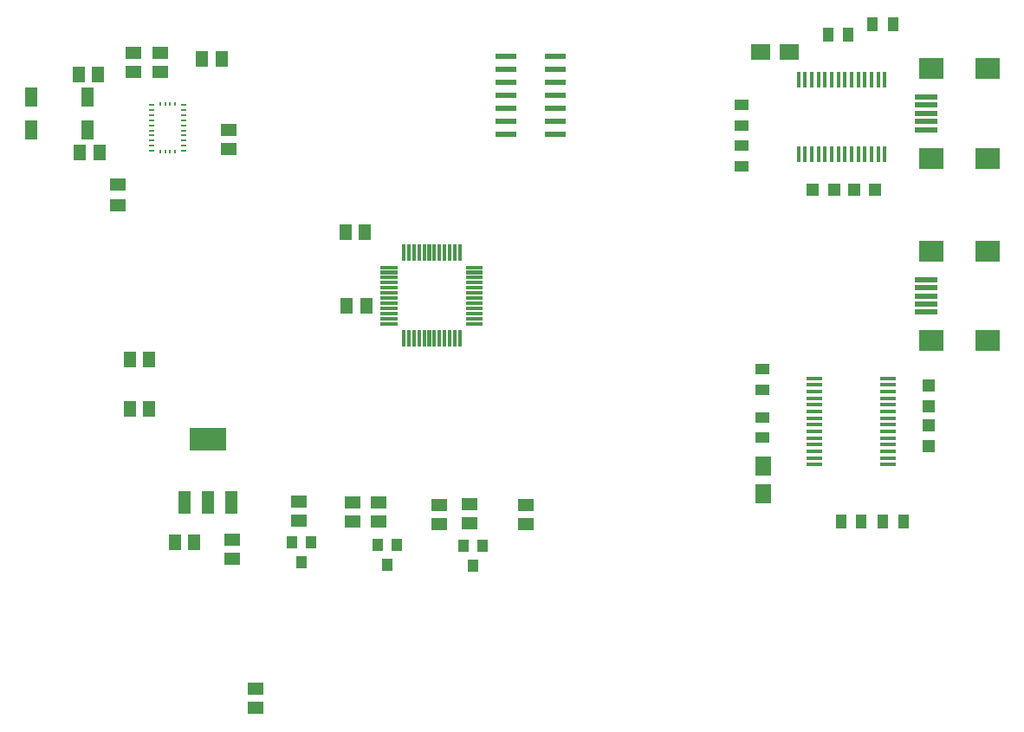
<source format=gbr>
G04 EAGLE Gerber RS-274X export*
G75*
%MOMM*%
%FSLAX34Y34*%
%LPD*%
%INSolderpaste Top*%
%IPPOS*%
%AMOC8*
5,1,8,0,0,1.08239X$1,22.5*%
G01*
%ADD10R,2.400000X2.000000*%
%ADD11R,2.308000X0.500000*%
%ADD12R,1.500000X0.400000*%
%ADD13R,1.500000X1.950000*%
%ADD14R,1.400000X1.100000*%
%ADD15R,1.200000X1.200000*%
%ADD16R,1.100000X1.400000*%
%ADD17R,0.475000X0.250000*%
%ADD18R,0.250000X0.375000*%
%ADD19R,1.500000X1.300000*%
%ADD20R,1.300000X1.500000*%
%ADD21R,1.300000X1.900000*%
%ADD22R,1.500000X1.200000*%
%ADD23R,0.400000X1.500000*%
%ADD24R,1.950000X1.500000*%
%ADD25C,0.019600*%
%ADD26R,1.219200X2.235200*%
%ADD27R,3.600000X2.200000*%
%ADD28R,1.000000X1.200000*%
%ADD29R,2.057400X0.609600*%


D10*
X934000Y422900D03*
D11*
X928360Y450900D03*
X928360Y458900D03*
X928360Y466900D03*
X928360Y474900D03*
X928360Y482900D03*
D10*
X989000Y422900D03*
X934000Y510900D03*
X989000Y510900D03*
D12*
X891610Y301910D03*
X891610Y308410D03*
X891610Y314910D03*
X891610Y321410D03*
X891610Y327910D03*
X891610Y334410D03*
X891610Y340910D03*
X891610Y347410D03*
X891610Y353910D03*
X891610Y360410D03*
X891610Y366910D03*
X891610Y373410D03*
X891610Y379910D03*
X891610Y386410D03*
X819110Y386410D03*
X819110Y379910D03*
X819110Y373410D03*
X819110Y366910D03*
X819110Y360410D03*
X819110Y353910D03*
X819110Y347410D03*
X819110Y340910D03*
X819110Y334410D03*
X819110Y327910D03*
X819110Y321410D03*
X819110Y314910D03*
X819110Y308410D03*
X819110Y301910D03*
D13*
X769360Y300910D03*
X769360Y273410D03*
D14*
X768360Y328160D03*
X768360Y348160D03*
X768360Y375160D03*
X768360Y395160D03*
D15*
X931440Y340660D03*
X931440Y319660D03*
X931440Y358660D03*
X931440Y379660D03*
D16*
X845360Y246160D03*
X865360Y246160D03*
X906360Y246160D03*
X886360Y246160D03*
D17*
X171775Y608580D03*
D18*
X179900Y607955D03*
X184900Y607955D03*
X189900Y607955D03*
X194900Y607955D03*
D17*
X203025Y608580D03*
X203025Y613580D03*
X203025Y618580D03*
X203025Y623580D03*
X203025Y628580D03*
X203025Y633580D03*
X203025Y638580D03*
X203025Y643580D03*
X203025Y648580D03*
X203025Y653580D03*
D18*
X194900Y654205D03*
X189900Y654205D03*
X184900Y654205D03*
X179900Y654205D03*
D17*
X171775Y653580D03*
X171775Y648580D03*
X171775Y643580D03*
X171775Y638580D03*
X171775Y633580D03*
X171775Y628580D03*
X171775Y623580D03*
X171775Y618580D03*
X171775Y613580D03*
D19*
X154000Y704500D03*
X154000Y685500D03*
X180000Y704500D03*
X180000Y685500D03*
D20*
X221200Y698620D03*
X240200Y698620D03*
D21*
X108880Y661460D03*
X53880Y661460D03*
X53880Y629460D03*
X108880Y629460D03*
D20*
X101580Y607000D03*
X120580Y607000D03*
X100200Y683460D03*
X119200Y683460D03*
D19*
X247020Y629120D03*
X247020Y610120D03*
D22*
X139080Y554960D03*
X139080Y575960D03*
D10*
X934000Y601460D03*
D11*
X928360Y629460D03*
X928360Y637460D03*
X928360Y645460D03*
X928360Y653460D03*
X928360Y661460D03*
D10*
X989000Y601460D03*
X934000Y689460D03*
X989000Y689460D03*
D23*
X803750Y605710D03*
X810250Y605710D03*
X816750Y605710D03*
X823250Y605710D03*
X829750Y605710D03*
X836250Y605710D03*
X842750Y605710D03*
X849250Y605710D03*
X855750Y605710D03*
X862250Y605710D03*
X868750Y605710D03*
X875250Y605710D03*
X881750Y605710D03*
X888250Y605710D03*
X888250Y678210D03*
X881750Y678210D03*
X875250Y678210D03*
X868750Y678210D03*
X862250Y678210D03*
X855750Y678210D03*
X849250Y678210D03*
X842750Y678210D03*
X836250Y678210D03*
X829750Y678210D03*
X823250Y678210D03*
X816750Y678210D03*
X810250Y678210D03*
X803750Y678210D03*
D24*
X794670Y705560D03*
X767170Y705560D03*
D16*
X832580Y722300D03*
X852580Y722300D03*
X876040Y732460D03*
X896040Y732460D03*
D15*
X839000Y570960D03*
X818000Y570960D03*
X858000Y570960D03*
X879000Y570960D03*
D14*
X748500Y653460D03*
X748500Y633460D03*
X748500Y593460D03*
X748500Y613460D03*
D25*
X395638Y496482D02*
X395638Y493878D01*
X395638Y496482D02*
X411042Y496482D01*
X411042Y493878D01*
X395638Y493878D01*
X395638Y494064D02*
X411042Y494064D01*
X411042Y494250D02*
X395638Y494250D01*
X395638Y494436D02*
X411042Y494436D01*
X411042Y494622D02*
X395638Y494622D01*
X395638Y494808D02*
X411042Y494808D01*
X411042Y494994D02*
X395638Y494994D01*
X395638Y495180D02*
X411042Y495180D01*
X411042Y495366D02*
X395638Y495366D01*
X395638Y495552D02*
X411042Y495552D01*
X411042Y495738D02*
X395638Y495738D01*
X395638Y495924D02*
X411042Y495924D01*
X411042Y496110D02*
X395638Y496110D01*
X395638Y496296D02*
X411042Y496296D01*
X411042Y496482D02*
X395638Y496482D01*
X395638Y491482D02*
X395638Y488878D01*
X395638Y491482D02*
X411042Y491482D01*
X411042Y488878D01*
X395638Y488878D01*
X395638Y489064D02*
X411042Y489064D01*
X411042Y489250D02*
X395638Y489250D01*
X395638Y489436D02*
X411042Y489436D01*
X411042Y489622D02*
X395638Y489622D01*
X395638Y489808D02*
X411042Y489808D01*
X411042Y489994D02*
X395638Y489994D01*
X395638Y490180D02*
X411042Y490180D01*
X411042Y490366D02*
X395638Y490366D01*
X395638Y490552D02*
X411042Y490552D01*
X411042Y490738D02*
X395638Y490738D01*
X395638Y490924D02*
X411042Y490924D01*
X411042Y491110D02*
X395638Y491110D01*
X395638Y491296D02*
X411042Y491296D01*
X411042Y491482D02*
X395638Y491482D01*
X395638Y486482D02*
X395638Y483878D01*
X395638Y486482D02*
X411042Y486482D01*
X411042Y483878D01*
X395638Y483878D01*
X395638Y484064D02*
X411042Y484064D01*
X411042Y484250D02*
X395638Y484250D01*
X395638Y484436D02*
X411042Y484436D01*
X411042Y484622D02*
X395638Y484622D01*
X395638Y484808D02*
X411042Y484808D01*
X411042Y484994D02*
X395638Y484994D01*
X395638Y485180D02*
X411042Y485180D01*
X411042Y485366D02*
X395638Y485366D01*
X395638Y485552D02*
X411042Y485552D01*
X411042Y485738D02*
X395638Y485738D01*
X395638Y485924D02*
X411042Y485924D01*
X411042Y486110D02*
X395638Y486110D01*
X395638Y486296D02*
X411042Y486296D01*
X411042Y486482D02*
X395638Y486482D01*
X395638Y481482D02*
X395638Y478878D01*
X395638Y481482D02*
X411042Y481482D01*
X411042Y478878D01*
X395638Y478878D01*
X395638Y479064D02*
X411042Y479064D01*
X411042Y479250D02*
X395638Y479250D01*
X395638Y479436D02*
X411042Y479436D01*
X411042Y479622D02*
X395638Y479622D01*
X395638Y479808D02*
X411042Y479808D01*
X411042Y479994D02*
X395638Y479994D01*
X395638Y480180D02*
X411042Y480180D01*
X411042Y480366D02*
X395638Y480366D01*
X395638Y480552D02*
X411042Y480552D01*
X411042Y480738D02*
X395638Y480738D01*
X395638Y480924D02*
X411042Y480924D01*
X411042Y481110D02*
X395638Y481110D01*
X395638Y481296D02*
X411042Y481296D01*
X411042Y481482D02*
X395638Y481482D01*
X395638Y476482D02*
X395638Y473878D01*
X395638Y476482D02*
X411042Y476482D01*
X411042Y473878D01*
X395638Y473878D01*
X395638Y474064D02*
X411042Y474064D01*
X411042Y474250D02*
X395638Y474250D01*
X395638Y474436D02*
X411042Y474436D01*
X411042Y474622D02*
X395638Y474622D01*
X395638Y474808D02*
X411042Y474808D01*
X411042Y474994D02*
X395638Y474994D01*
X395638Y475180D02*
X411042Y475180D01*
X411042Y475366D02*
X395638Y475366D01*
X395638Y475552D02*
X411042Y475552D01*
X411042Y475738D02*
X395638Y475738D01*
X395638Y475924D02*
X411042Y475924D01*
X411042Y476110D02*
X395638Y476110D01*
X395638Y476296D02*
X411042Y476296D01*
X411042Y476482D02*
X395638Y476482D01*
X395638Y471482D02*
X395638Y468878D01*
X395638Y471482D02*
X411042Y471482D01*
X411042Y468878D01*
X395638Y468878D01*
X395638Y469064D02*
X411042Y469064D01*
X411042Y469250D02*
X395638Y469250D01*
X395638Y469436D02*
X411042Y469436D01*
X411042Y469622D02*
X395638Y469622D01*
X395638Y469808D02*
X411042Y469808D01*
X411042Y469994D02*
X395638Y469994D01*
X395638Y470180D02*
X411042Y470180D01*
X411042Y470366D02*
X395638Y470366D01*
X395638Y470552D02*
X411042Y470552D01*
X411042Y470738D02*
X395638Y470738D01*
X395638Y470924D02*
X411042Y470924D01*
X411042Y471110D02*
X395638Y471110D01*
X395638Y471296D02*
X411042Y471296D01*
X411042Y471482D02*
X395638Y471482D01*
X395638Y466482D02*
X395638Y463878D01*
X395638Y466482D02*
X411042Y466482D01*
X411042Y463878D01*
X395638Y463878D01*
X395638Y464064D02*
X411042Y464064D01*
X411042Y464250D02*
X395638Y464250D01*
X395638Y464436D02*
X411042Y464436D01*
X411042Y464622D02*
X395638Y464622D01*
X395638Y464808D02*
X411042Y464808D01*
X411042Y464994D02*
X395638Y464994D01*
X395638Y465180D02*
X411042Y465180D01*
X411042Y465366D02*
X395638Y465366D01*
X395638Y465552D02*
X411042Y465552D01*
X411042Y465738D02*
X395638Y465738D01*
X395638Y465924D02*
X411042Y465924D01*
X411042Y466110D02*
X395638Y466110D01*
X395638Y466296D02*
X411042Y466296D01*
X411042Y466482D02*
X395638Y466482D01*
X395638Y461482D02*
X395638Y458878D01*
X395638Y461482D02*
X411042Y461482D01*
X411042Y458878D01*
X395638Y458878D01*
X395638Y459064D02*
X411042Y459064D01*
X411042Y459250D02*
X395638Y459250D01*
X395638Y459436D02*
X411042Y459436D01*
X411042Y459622D02*
X395638Y459622D01*
X395638Y459808D02*
X411042Y459808D01*
X411042Y459994D02*
X395638Y459994D01*
X395638Y460180D02*
X411042Y460180D01*
X411042Y460366D02*
X395638Y460366D01*
X395638Y460552D02*
X411042Y460552D01*
X411042Y460738D02*
X395638Y460738D01*
X395638Y460924D02*
X411042Y460924D01*
X411042Y461110D02*
X395638Y461110D01*
X395638Y461296D02*
X411042Y461296D01*
X411042Y461482D02*
X395638Y461482D01*
X395638Y456482D02*
X395638Y453878D01*
X395638Y456482D02*
X411042Y456482D01*
X411042Y453878D01*
X395638Y453878D01*
X395638Y454064D02*
X411042Y454064D01*
X411042Y454250D02*
X395638Y454250D01*
X395638Y454436D02*
X411042Y454436D01*
X411042Y454622D02*
X395638Y454622D01*
X395638Y454808D02*
X411042Y454808D01*
X411042Y454994D02*
X395638Y454994D01*
X395638Y455180D02*
X411042Y455180D01*
X411042Y455366D02*
X395638Y455366D01*
X395638Y455552D02*
X411042Y455552D01*
X411042Y455738D02*
X395638Y455738D01*
X395638Y455924D02*
X411042Y455924D01*
X411042Y456110D02*
X395638Y456110D01*
X395638Y456296D02*
X411042Y456296D01*
X411042Y456482D02*
X395638Y456482D01*
X395638Y451482D02*
X395638Y448878D01*
X395638Y451482D02*
X411042Y451482D01*
X411042Y448878D01*
X395638Y448878D01*
X395638Y449064D02*
X411042Y449064D01*
X411042Y449250D02*
X395638Y449250D01*
X395638Y449436D02*
X411042Y449436D01*
X411042Y449622D02*
X395638Y449622D01*
X395638Y449808D02*
X411042Y449808D01*
X411042Y449994D02*
X395638Y449994D01*
X395638Y450180D02*
X411042Y450180D01*
X411042Y450366D02*
X395638Y450366D01*
X395638Y450552D02*
X411042Y450552D01*
X411042Y450738D02*
X395638Y450738D01*
X395638Y450924D02*
X411042Y450924D01*
X411042Y451110D02*
X395638Y451110D01*
X395638Y451296D02*
X411042Y451296D01*
X411042Y451482D02*
X395638Y451482D01*
X395638Y446482D02*
X395638Y443878D01*
X395638Y446482D02*
X411042Y446482D01*
X411042Y443878D01*
X395638Y443878D01*
X395638Y444064D02*
X411042Y444064D01*
X411042Y444250D02*
X395638Y444250D01*
X395638Y444436D02*
X411042Y444436D01*
X411042Y444622D02*
X395638Y444622D01*
X395638Y444808D02*
X411042Y444808D01*
X411042Y444994D02*
X395638Y444994D01*
X395638Y445180D02*
X411042Y445180D01*
X411042Y445366D02*
X395638Y445366D01*
X395638Y445552D02*
X411042Y445552D01*
X411042Y445738D02*
X395638Y445738D01*
X395638Y445924D02*
X411042Y445924D01*
X411042Y446110D02*
X395638Y446110D01*
X395638Y446296D02*
X411042Y446296D01*
X411042Y446482D02*
X395638Y446482D01*
X395638Y441482D02*
X395638Y438878D01*
X395638Y441482D02*
X411042Y441482D01*
X411042Y438878D01*
X395638Y438878D01*
X395638Y439064D02*
X411042Y439064D01*
X411042Y439250D02*
X395638Y439250D01*
X395638Y439436D02*
X411042Y439436D01*
X411042Y439622D02*
X395638Y439622D01*
X395638Y439808D02*
X411042Y439808D01*
X411042Y439994D02*
X395638Y439994D01*
X395638Y440180D02*
X411042Y440180D01*
X411042Y440366D02*
X395638Y440366D01*
X395638Y440552D02*
X411042Y440552D01*
X411042Y440738D02*
X395638Y440738D01*
X395638Y440924D02*
X411042Y440924D01*
X411042Y441110D02*
X395638Y441110D01*
X395638Y441296D02*
X411042Y441296D01*
X411042Y441482D02*
X395638Y441482D01*
X416338Y433582D02*
X418942Y433582D01*
X418942Y418178D01*
X416338Y418178D01*
X416338Y433582D01*
X416338Y418364D02*
X418942Y418364D01*
X418942Y418550D02*
X416338Y418550D01*
X416338Y418736D02*
X418942Y418736D01*
X418942Y418922D02*
X416338Y418922D01*
X416338Y419108D02*
X418942Y419108D01*
X418942Y419294D02*
X416338Y419294D01*
X416338Y419480D02*
X418942Y419480D01*
X418942Y419666D02*
X416338Y419666D01*
X416338Y419852D02*
X418942Y419852D01*
X418942Y420038D02*
X416338Y420038D01*
X416338Y420224D02*
X418942Y420224D01*
X418942Y420410D02*
X416338Y420410D01*
X416338Y420596D02*
X418942Y420596D01*
X418942Y420782D02*
X416338Y420782D01*
X416338Y420968D02*
X418942Y420968D01*
X418942Y421154D02*
X416338Y421154D01*
X416338Y421340D02*
X418942Y421340D01*
X418942Y421526D02*
X416338Y421526D01*
X416338Y421712D02*
X418942Y421712D01*
X418942Y421898D02*
X416338Y421898D01*
X416338Y422084D02*
X418942Y422084D01*
X418942Y422270D02*
X416338Y422270D01*
X416338Y422456D02*
X418942Y422456D01*
X418942Y422642D02*
X416338Y422642D01*
X416338Y422828D02*
X418942Y422828D01*
X418942Y423014D02*
X416338Y423014D01*
X416338Y423200D02*
X418942Y423200D01*
X418942Y423386D02*
X416338Y423386D01*
X416338Y423572D02*
X418942Y423572D01*
X418942Y423758D02*
X416338Y423758D01*
X416338Y423944D02*
X418942Y423944D01*
X418942Y424130D02*
X416338Y424130D01*
X416338Y424316D02*
X418942Y424316D01*
X418942Y424502D02*
X416338Y424502D01*
X416338Y424688D02*
X418942Y424688D01*
X418942Y424874D02*
X416338Y424874D01*
X416338Y425060D02*
X418942Y425060D01*
X418942Y425246D02*
X416338Y425246D01*
X416338Y425432D02*
X418942Y425432D01*
X418942Y425618D02*
X416338Y425618D01*
X416338Y425804D02*
X418942Y425804D01*
X418942Y425990D02*
X416338Y425990D01*
X416338Y426176D02*
X418942Y426176D01*
X418942Y426362D02*
X416338Y426362D01*
X416338Y426548D02*
X418942Y426548D01*
X418942Y426734D02*
X416338Y426734D01*
X416338Y426920D02*
X418942Y426920D01*
X418942Y427106D02*
X416338Y427106D01*
X416338Y427292D02*
X418942Y427292D01*
X418942Y427478D02*
X416338Y427478D01*
X416338Y427664D02*
X418942Y427664D01*
X418942Y427850D02*
X416338Y427850D01*
X416338Y428036D02*
X418942Y428036D01*
X418942Y428222D02*
X416338Y428222D01*
X416338Y428408D02*
X418942Y428408D01*
X418942Y428594D02*
X416338Y428594D01*
X416338Y428780D02*
X418942Y428780D01*
X418942Y428966D02*
X416338Y428966D01*
X416338Y429152D02*
X418942Y429152D01*
X418942Y429338D02*
X416338Y429338D01*
X416338Y429524D02*
X418942Y429524D01*
X418942Y429710D02*
X416338Y429710D01*
X416338Y429896D02*
X418942Y429896D01*
X418942Y430082D02*
X416338Y430082D01*
X416338Y430268D02*
X418942Y430268D01*
X418942Y430454D02*
X416338Y430454D01*
X416338Y430640D02*
X418942Y430640D01*
X418942Y430826D02*
X416338Y430826D01*
X416338Y431012D02*
X418942Y431012D01*
X418942Y431198D02*
X416338Y431198D01*
X416338Y431384D02*
X418942Y431384D01*
X418942Y431570D02*
X416338Y431570D01*
X416338Y431756D02*
X418942Y431756D01*
X418942Y431942D02*
X416338Y431942D01*
X416338Y432128D02*
X418942Y432128D01*
X418942Y432314D02*
X416338Y432314D01*
X416338Y432500D02*
X418942Y432500D01*
X418942Y432686D02*
X416338Y432686D01*
X416338Y432872D02*
X418942Y432872D01*
X418942Y433058D02*
X416338Y433058D01*
X416338Y433244D02*
X418942Y433244D01*
X418942Y433430D02*
X416338Y433430D01*
X421338Y433582D02*
X423942Y433582D01*
X423942Y418178D01*
X421338Y418178D01*
X421338Y433582D01*
X421338Y418364D02*
X423942Y418364D01*
X423942Y418550D02*
X421338Y418550D01*
X421338Y418736D02*
X423942Y418736D01*
X423942Y418922D02*
X421338Y418922D01*
X421338Y419108D02*
X423942Y419108D01*
X423942Y419294D02*
X421338Y419294D01*
X421338Y419480D02*
X423942Y419480D01*
X423942Y419666D02*
X421338Y419666D01*
X421338Y419852D02*
X423942Y419852D01*
X423942Y420038D02*
X421338Y420038D01*
X421338Y420224D02*
X423942Y420224D01*
X423942Y420410D02*
X421338Y420410D01*
X421338Y420596D02*
X423942Y420596D01*
X423942Y420782D02*
X421338Y420782D01*
X421338Y420968D02*
X423942Y420968D01*
X423942Y421154D02*
X421338Y421154D01*
X421338Y421340D02*
X423942Y421340D01*
X423942Y421526D02*
X421338Y421526D01*
X421338Y421712D02*
X423942Y421712D01*
X423942Y421898D02*
X421338Y421898D01*
X421338Y422084D02*
X423942Y422084D01*
X423942Y422270D02*
X421338Y422270D01*
X421338Y422456D02*
X423942Y422456D01*
X423942Y422642D02*
X421338Y422642D01*
X421338Y422828D02*
X423942Y422828D01*
X423942Y423014D02*
X421338Y423014D01*
X421338Y423200D02*
X423942Y423200D01*
X423942Y423386D02*
X421338Y423386D01*
X421338Y423572D02*
X423942Y423572D01*
X423942Y423758D02*
X421338Y423758D01*
X421338Y423944D02*
X423942Y423944D01*
X423942Y424130D02*
X421338Y424130D01*
X421338Y424316D02*
X423942Y424316D01*
X423942Y424502D02*
X421338Y424502D01*
X421338Y424688D02*
X423942Y424688D01*
X423942Y424874D02*
X421338Y424874D01*
X421338Y425060D02*
X423942Y425060D01*
X423942Y425246D02*
X421338Y425246D01*
X421338Y425432D02*
X423942Y425432D01*
X423942Y425618D02*
X421338Y425618D01*
X421338Y425804D02*
X423942Y425804D01*
X423942Y425990D02*
X421338Y425990D01*
X421338Y426176D02*
X423942Y426176D01*
X423942Y426362D02*
X421338Y426362D01*
X421338Y426548D02*
X423942Y426548D01*
X423942Y426734D02*
X421338Y426734D01*
X421338Y426920D02*
X423942Y426920D01*
X423942Y427106D02*
X421338Y427106D01*
X421338Y427292D02*
X423942Y427292D01*
X423942Y427478D02*
X421338Y427478D01*
X421338Y427664D02*
X423942Y427664D01*
X423942Y427850D02*
X421338Y427850D01*
X421338Y428036D02*
X423942Y428036D01*
X423942Y428222D02*
X421338Y428222D01*
X421338Y428408D02*
X423942Y428408D01*
X423942Y428594D02*
X421338Y428594D01*
X421338Y428780D02*
X423942Y428780D01*
X423942Y428966D02*
X421338Y428966D01*
X421338Y429152D02*
X423942Y429152D01*
X423942Y429338D02*
X421338Y429338D01*
X421338Y429524D02*
X423942Y429524D01*
X423942Y429710D02*
X421338Y429710D01*
X421338Y429896D02*
X423942Y429896D01*
X423942Y430082D02*
X421338Y430082D01*
X421338Y430268D02*
X423942Y430268D01*
X423942Y430454D02*
X421338Y430454D01*
X421338Y430640D02*
X423942Y430640D01*
X423942Y430826D02*
X421338Y430826D01*
X421338Y431012D02*
X423942Y431012D01*
X423942Y431198D02*
X421338Y431198D01*
X421338Y431384D02*
X423942Y431384D01*
X423942Y431570D02*
X421338Y431570D01*
X421338Y431756D02*
X423942Y431756D01*
X423942Y431942D02*
X421338Y431942D01*
X421338Y432128D02*
X423942Y432128D01*
X423942Y432314D02*
X421338Y432314D01*
X421338Y432500D02*
X423942Y432500D01*
X423942Y432686D02*
X421338Y432686D01*
X421338Y432872D02*
X423942Y432872D01*
X423942Y433058D02*
X421338Y433058D01*
X421338Y433244D02*
X423942Y433244D01*
X423942Y433430D02*
X421338Y433430D01*
X426338Y433582D02*
X428942Y433582D01*
X428942Y418178D01*
X426338Y418178D01*
X426338Y433582D01*
X426338Y418364D02*
X428942Y418364D01*
X428942Y418550D02*
X426338Y418550D01*
X426338Y418736D02*
X428942Y418736D01*
X428942Y418922D02*
X426338Y418922D01*
X426338Y419108D02*
X428942Y419108D01*
X428942Y419294D02*
X426338Y419294D01*
X426338Y419480D02*
X428942Y419480D01*
X428942Y419666D02*
X426338Y419666D01*
X426338Y419852D02*
X428942Y419852D01*
X428942Y420038D02*
X426338Y420038D01*
X426338Y420224D02*
X428942Y420224D01*
X428942Y420410D02*
X426338Y420410D01*
X426338Y420596D02*
X428942Y420596D01*
X428942Y420782D02*
X426338Y420782D01*
X426338Y420968D02*
X428942Y420968D01*
X428942Y421154D02*
X426338Y421154D01*
X426338Y421340D02*
X428942Y421340D01*
X428942Y421526D02*
X426338Y421526D01*
X426338Y421712D02*
X428942Y421712D01*
X428942Y421898D02*
X426338Y421898D01*
X426338Y422084D02*
X428942Y422084D01*
X428942Y422270D02*
X426338Y422270D01*
X426338Y422456D02*
X428942Y422456D01*
X428942Y422642D02*
X426338Y422642D01*
X426338Y422828D02*
X428942Y422828D01*
X428942Y423014D02*
X426338Y423014D01*
X426338Y423200D02*
X428942Y423200D01*
X428942Y423386D02*
X426338Y423386D01*
X426338Y423572D02*
X428942Y423572D01*
X428942Y423758D02*
X426338Y423758D01*
X426338Y423944D02*
X428942Y423944D01*
X428942Y424130D02*
X426338Y424130D01*
X426338Y424316D02*
X428942Y424316D01*
X428942Y424502D02*
X426338Y424502D01*
X426338Y424688D02*
X428942Y424688D01*
X428942Y424874D02*
X426338Y424874D01*
X426338Y425060D02*
X428942Y425060D01*
X428942Y425246D02*
X426338Y425246D01*
X426338Y425432D02*
X428942Y425432D01*
X428942Y425618D02*
X426338Y425618D01*
X426338Y425804D02*
X428942Y425804D01*
X428942Y425990D02*
X426338Y425990D01*
X426338Y426176D02*
X428942Y426176D01*
X428942Y426362D02*
X426338Y426362D01*
X426338Y426548D02*
X428942Y426548D01*
X428942Y426734D02*
X426338Y426734D01*
X426338Y426920D02*
X428942Y426920D01*
X428942Y427106D02*
X426338Y427106D01*
X426338Y427292D02*
X428942Y427292D01*
X428942Y427478D02*
X426338Y427478D01*
X426338Y427664D02*
X428942Y427664D01*
X428942Y427850D02*
X426338Y427850D01*
X426338Y428036D02*
X428942Y428036D01*
X428942Y428222D02*
X426338Y428222D01*
X426338Y428408D02*
X428942Y428408D01*
X428942Y428594D02*
X426338Y428594D01*
X426338Y428780D02*
X428942Y428780D01*
X428942Y428966D02*
X426338Y428966D01*
X426338Y429152D02*
X428942Y429152D01*
X428942Y429338D02*
X426338Y429338D01*
X426338Y429524D02*
X428942Y429524D01*
X428942Y429710D02*
X426338Y429710D01*
X426338Y429896D02*
X428942Y429896D01*
X428942Y430082D02*
X426338Y430082D01*
X426338Y430268D02*
X428942Y430268D01*
X428942Y430454D02*
X426338Y430454D01*
X426338Y430640D02*
X428942Y430640D01*
X428942Y430826D02*
X426338Y430826D01*
X426338Y431012D02*
X428942Y431012D01*
X428942Y431198D02*
X426338Y431198D01*
X426338Y431384D02*
X428942Y431384D01*
X428942Y431570D02*
X426338Y431570D01*
X426338Y431756D02*
X428942Y431756D01*
X428942Y431942D02*
X426338Y431942D01*
X426338Y432128D02*
X428942Y432128D01*
X428942Y432314D02*
X426338Y432314D01*
X426338Y432500D02*
X428942Y432500D01*
X428942Y432686D02*
X426338Y432686D01*
X426338Y432872D02*
X428942Y432872D01*
X428942Y433058D02*
X426338Y433058D01*
X426338Y433244D02*
X428942Y433244D01*
X428942Y433430D02*
X426338Y433430D01*
X431338Y433582D02*
X433942Y433582D01*
X433942Y418178D01*
X431338Y418178D01*
X431338Y433582D01*
X431338Y418364D02*
X433942Y418364D01*
X433942Y418550D02*
X431338Y418550D01*
X431338Y418736D02*
X433942Y418736D01*
X433942Y418922D02*
X431338Y418922D01*
X431338Y419108D02*
X433942Y419108D01*
X433942Y419294D02*
X431338Y419294D01*
X431338Y419480D02*
X433942Y419480D01*
X433942Y419666D02*
X431338Y419666D01*
X431338Y419852D02*
X433942Y419852D01*
X433942Y420038D02*
X431338Y420038D01*
X431338Y420224D02*
X433942Y420224D01*
X433942Y420410D02*
X431338Y420410D01*
X431338Y420596D02*
X433942Y420596D01*
X433942Y420782D02*
X431338Y420782D01*
X431338Y420968D02*
X433942Y420968D01*
X433942Y421154D02*
X431338Y421154D01*
X431338Y421340D02*
X433942Y421340D01*
X433942Y421526D02*
X431338Y421526D01*
X431338Y421712D02*
X433942Y421712D01*
X433942Y421898D02*
X431338Y421898D01*
X431338Y422084D02*
X433942Y422084D01*
X433942Y422270D02*
X431338Y422270D01*
X431338Y422456D02*
X433942Y422456D01*
X433942Y422642D02*
X431338Y422642D01*
X431338Y422828D02*
X433942Y422828D01*
X433942Y423014D02*
X431338Y423014D01*
X431338Y423200D02*
X433942Y423200D01*
X433942Y423386D02*
X431338Y423386D01*
X431338Y423572D02*
X433942Y423572D01*
X433942Y423758D02*
X431338Y423758D01*
X431338Y423944D02*
X433942Y423944D01*
X433942Y424130D02*
X431338Y424130D01*
X431338Y424316D02*
X433942Y424316D01*
X433942Y424502D02*
X431338Y424502D01*
X431338Y424688D02*
X433942Y424688D01*
X433942Y424874D02*
X431338Y424874D01*
X431338Y425060D02*
X433942Y425060D01*
X433942Y425246D02*
X431338Y425246D01*
X431338Y425432D02*
X433942Y425432D01*
X433942Y425618D02*
X431338Y425618D01*
X431338Y425804D02*
X433942Y425804D01*
X433942Y425990D02*
X431338Y425990D01*
X431338Y426176D02*
X433942Y426176D01*
X433942Y426362D02*
X431338Y426362D01*
X431338Y426548D02*
X433942Y426548D01*
X433942Y426734D02*
X431338Y426734D01*
X431338Y426920D02*
X433942Y426920D01*
X433942Y427106D02*
X431338Y427106D01*
X431338Y427292D02*
X433942Y427292D01*
X433942Y427478D02*
X431338Y427478D01*
X431338Y427664D02*
X433942Y427664D01*
X433942Y427850D02*
X431338Y427850D01*
X431338Y428036D02*
X433942Y428036D01*
X433942Y428222D02*
X431338Y428222D01*
X431338Y428408D02*
X433942Y428408D01*
X433942Y428594D02*
X431338Y428594D01*
X431338Y428780D02*
X433942Y428780D01*
X433942Y428966D02*
X431338Y428966D01*
X431338Y429152D02*
X433942Y429152D01*
X433942Y429338D02*
X431338Y429338D01*
X431338Y429524D02*
X433942Y429524D01*
X433942Y429710D02*
X431338Y429710D01*
X431338Y429896D02*
X433942Y429896D01*
X433942Y430082D02*
X431338Y430082D01*
X431338Y430268D02*
X433942Y430268D01*
X433942Y430454D02*
X431338Y430454D01*
X431338Y430640D02*
X433942Y430640D01*
X433942Y430826D02*
X431338Y430826D01*
X431338Y431012D02*
X433942Y431012D01*
X433942Y431198D02*
X431338Y431198D01*
X431338Y431384D02*
X433942Y431384D01*
X433942Y431570D02*
X431338Y431570D01*
X431338Y431756D02*
X433942Y431756D01*
X433942Y431942D02*
X431338Y431942D01*
X431338Y432128D02*
X433942Y432128D01*
X433942Y432314D02*
X431338Y432314D01*
X431338Y432500D02*
X433942Y432500D01*
X433942Y432686D02*
X431338Y432686D01*
X431338Y432872D02*
X433942Y432872D01*
X433942Y433058D02*
X431338Y433058D01*
X431338Y433244D02*
X433942Y433244D01*
X433942Y433430D02*
X431338Y433430D01*
X436338Y433582D02*
X438942Y433582D01*
X438942Y418178D01*
X436338Y418178D01*
X436338Y433582D01*
X436338Y418364D02*
X438942Y418364D01*
X438942Y418550D02*
X436338Y418550D01*
X436338Y418736D02*
X438942Y418736D01*
X438942Y418922D02*
X436338Y418922D01*
X436338Y419108D02*
X438942Y419108D01*
X438942Y419294D02*
X436338Y419294D01*
X436338Y419480D02*
X438942Y419480D01*
X438942Y419666D02*
X436338Y419666D01*
X436338Y419852D02*
X438942Y419852D01*
X438942Y420038D02*
X436338Y420038D01*
X436338Y420224D02*
X438942Y420224D01*
X438942Y420410D02*
X436338Y420410D01*
X436338Y420596D02*
X438942Y420596D01*
X438942Y420782D02*
X436338Y420782D01*
X436338Y420968D02*
X438942Y420968D01*
X438942Y421154D02*
X436338Y421154D01*
X436338Y421340D02*
X438942Y421340D01*
X438942Y421526D02*
X436338Y421526D01*
X436338Y421712D02*
X438942Y421712D01*
X438942Y421898D02*
X436338Y421898D01*
X436338Y422084D02*
X438942Y422084D01*
X438942Y422270D02*
X436338Y422270D01*
X436338Y422456D02*
X438942Y422456D01*
X438942Y422642D02*
X436338Y422642D01*
X436338Y422828D02*
X438942Y422828D01*
X438942Y423014D02*
X436338Y423014D01*
X436338Y423200D02*
X438942Y423200D01*
X438942Y423386D02*
X436338Y423386D01*
X436338Y423572D02*
X438942Y423572D01*
X438942Y423758D02*
X436338Y423758D01*
X436338Y423944D02*
X438942Y423944D01*
X438942Y424130D02*
X436338Y424130D01*
X436338Y424316D02*
X438942Y424316D01*
X438942Y424502D02*
X436338Y424502D01*
X436338Y424688D02*
X438942Y424688D01*
X438942Y424874D02*
X436338Y424874D01*
X436338Y425060D02*
X438942Y425060D01*
X438942Y425246D02*
X436338Y425246D01*
X436338Y425432D02*
X438942Y425432D01*
X438942Y425618D02*
X436338Y425618D01*
X436338Y425804D02*
X438942Y425804D01*
X438942Y425990D02*
X436338Y425990D01*
X436338Y426176D02*
X438942Y426176D01*
X438942Y426362D02*
X436338Y426362D01*
X436338Y426548D02*
X438942Y426548D01*
X438942Y426734D02*
X436338Y426734D01*
X436338Y426920D02*
X438942Y426920D01*
X438942Y427106D02*
X436338Y427106D01*
X436338Y427292D02*
X438942Y427292D01*
X438942Y427478D02*
X436338Y427478D01*
X436338Y427664D02*
X438942Y427664D01*
X438942Y427850D02*
X436338Y427850D01*
X436338Y428036D02*
X438942Y428036D01*
X438942Y428222D02*
X436338Y428222D01*
X436338Y428408D02*
X438942Y428408D01*
X438942Y428594D02*
X436338Y428594D01*
X436338Y428780D02*
X438942Y428780D01*
X438942Y428966D02*
X436338Y428966D01*
X436338Y429152D02*
X438942Y429152D01*
X438942Y429338D02*
X436338Y429338D01*
X436338Y429524D02*
X438942Y429524D01*
X438942Y429710D02*
X436338Y429710D01*
X436338Y429896D02*
X438942Y429896D01*
X438942Y430082D02*
X436338Y430082D01*
X436338Y430268D02*
X438942Y430268D01*
X438942Y430454D02*
X436338Y430454D01*
X436338Y430640D02*
X438942Y430640D01*
X438942Y430826D02*
X436338Y430826D01*
X436338Y431012D02*
X438942Y431012D01*
X438942Y431198D02*
X436338Y431198D01*
X436338Y431384D02*
X438942Y431384D01*
X438942Y431570D02*
X436338Y431570D01*
X436338Y431756D02*
X438942Y431756D01*
X438942Y431942D02*
X436338Y431942D01*
X436338Y432128D02*
X438942Y432128D01*
X438942Y432314D02*
X436338Y432314D01*
X436338Y432500D02*
X438942Y432500D01*
X438942Y432686D02*
X436338Y432686D01*
X436338Y432872D02*
X438942Y432872D01*
X438942Y433058D02*
X436338Y433058D01*
X436338Y433244D02*
X438942Y433244D01*
X438942Y433430D02*
X436338Y433430D01*
X441338Y433582D02*
X443942Y433582D01*
X443942Y418178D01*
X441338Y418178D01*
X441338Y433582D01*
X441338Y418364D02*
X443942Y418364D01*
X443942Y418550D02*
X441338Y418550D01*
X441338Y418736D02*
X443942Y418736D01*
X443942Y418922D02*
X441338Y418922D01*
X441338Y419108D02*
X443942Y419108D01*
X443942Y419294D02*
X441338Y419294D01*
X441338Y419480D02*
X443942Y419480D01*
X443942Y419666D02*
X441338Y419666D01*
X441338Y419852D02*
X443942Y419852D01*
X443942Y420038D02*
X441338Y420038D01*
X441338Y420224D02*
X443942Y420224D01*
X443942Y420410D02*
X441338Y420410D01*
X441338Y420596D02*
X443942Y420596D01*
X443942Y420782D02*
X441338Y420782D01*
X441338Y420968D02*
X443942Y420968D01*
X443942Y421154D02*
X441338Y421154D01*
X441338Y421340D02*
X443942Y421340D01*
X443942Y421526D02*
X441338Y421526D01*
X441338Y421712D02*
X443942Y421712D01*
X443942Y421898D02*
X441338Y421898D01*
X441338Y422084D02*
X443942Y422084D01*
X443942Y422270D02*
X441338Y422270D01*
X441338Y422456D02*
X443942Y422456D01*
X443942Y422642D02*
X441338Y422642D01*
X441338Y422828D02*
X443942Y422828D01*
X443942Y423014D02*
X441338Y423014D01*
X441338Y423200D02*
X443942Y423200D01*
X443942Y423386D02*
X441338Y423386D01*
X441338Y423572D02*
X443942Y423572D01*
X443942Y423758D02*
X441338Y423758D01*
X441338Y423944D02*
X443942Y423944D01*
X443942Y424130D02*
X441338Y424130D01*
X441338Y424316D02*
X443942Y424316D01*
X443942Y424502D02*
X441338Y424502D01*
X441338Y424688D02*
X443942Y424688D01*
X443942Y424874D02*
X441338Y424874D01*
X441338Y425060D02*
X443942Y425060D01*
X443942Y425246D02*
X441338Y425246D01*
X441338Y425432D02*
X443942Y425432D01*
X443942Y425618D02*
X441338Y425618D01*
X441338Y425804D02*
X443942Y425804D01*
X443942Y425990D02*
X441338Y425990D01*
X441338Y426176D02*
X443942Y426176D01*
X443942Y426362D02*
X441338Y426362D01*
X441338Y426548D02*
X443942Y426548D01*
X443942Y426734D02*
X441338Y426734D01*
X441338Y426920D02*
X443942Y426920D01*
X443942Y427106D02*
X441338Y427106D01*
X441338Y427292D02*
X443942Y427292D01*
X443942Y427478D02*
X441338Y427478D01*
X441338Y427664D02*
X443942Y427664D01*
X443942Y427850D02*
X441338Y427850D01*
X441338Y428036D02*
X443942Y428036D01*
X443942Y428222D02*
X441338Y428222D01*
X441338Y428408D02*
X443942Y428408D01*
X443942Y428594D02*
X441338Y428594D01*
X441338Y428780D02*
X443942Y428780D01*
X443942Y428966D02*
X441338Y428966D01*
X441338Y429152D02*
X443942Y429152D01*
X443942Y429338D02*
X441338Y429338D01*
X441338Y429524D02*
X443942Y429524D01*
X443942Y429710D02*
X441338Y429710D01*
X441338Y429896D02*
X443942Y429896D01*
X443942Y430082D02*
X441338Y430082D01*
X441338Y430268D02*
X443942Y430268D01*
X443942Y430454D02*
X441338Y430454D01*
X441338Y430640D02*
X443942Y430640D01*
X443942Y430826D02*
X441338Y430826D01*
X441338Y431012D02*
X443942Y431012D01*
X443942Y431198D02*
X441338Y431198D01*
X441338Y431384D02*
X443942Y431384D01*
X443942Y431570D02*
X441338Y431570D01*
X441338Y431756D02*
X443942Y431756D01*
X443942Y431942D02*
X441338Y431942D01*
X441338Y432128D02*
X443942Y432128D01*
X443942Y432314D02*
X441338Y432314D01*
X441338Y432500D02*
X443942Y432500D01*
X443942Y432686D02*
X441338Y432686D01*
X441338Y432872D02*
X443942Y432872D01*
X443942Y433058D02*
X441338Y433058D01*
X441338Y433244D02*
X443942Y433244D01*
X443942Y433430D02*
X441338Y433430D01*
X446338Y433582D02*
X448942Y433582D01*
X448942Y418178D01*
X446338Y418178D01*
X446338Y433582D01*
X446338Y418364D02*
X448942Y418364D01*
X448942Y418550D02*
X446338Y418550D01*
X446338Y418736D02*
X448942Y418736D01*
X448942Y418922D02*
X446338Y418922D01*
X446338Y419108D02*
X448942Y419108D01*
X448942Y419294D02*
X446338Y419294D01*
X446338Y419480D02*
X448942Y419480D01*
X448942Y419666D02*
X446338Y419666D01*
X446338Y419852D02*
X448942Y419852D01*
X448942Y420038D02*
X446338Y420038D01*
X446338Y420224D02*
X448942Y420224D01*
X448942Y420410D02*
X446338Y420410D01*
X446338Y420596D02*
X448942Y420596D01*
X448942Y420782D02*
X446338Y420782D01*
X446338Y420968D02*
X448942Y420968D01*
X448942Y421154D02*
X446338Y421154D01*
X446338Y421340D02*
X448942Y421340D01*
X448942Y421526D02*
X446338Y421526D01*
X446338Y421712D02*
X448942Y421712D01*
X448942Y421898D02*
X446338Y421898D01*
X446338Y422084D02*
X448942Y422084D01*
X448942Y422270D02*
X446338Y422270D01*
X446338Y422456D02*
X448942Y422456D01*
X448942Y422642D02*
X446338Y422642D01*
X446338Y422828D02*
X448942Y422828D01*
X448942Y423014D02*
X446338Y423014D01*
X446338Y423200D02*
X448942Y423200D01*
X448942Y423386D02*
X446338Y423386D01*
X446338Y423572D02*
X448942Y423572D01*
X448942Y423758D02*
X446338Y423758D01*
X446338Y423944D02*
X448942Y423944D01*
X448942Y424130D02*
X446338Y424130D01*
X446338Y424316D02*
X448942Y424316D01*
X448942Y424502D02*
X446338Y424502D01*
X446338Y424688D02*
X448942Y424688D01*
X448942Y424874D02*
X446338Y424874D01*
X446338Y425060D02*
X448942Y425060D01*
X448942Y425246D02*
X446338Y425246D01*
X446338Y425432D02*
X448942Y425432D01*
X448942Y425618D02*
X446338Y425618D01*
X446338Y425804D02*
X448942Y425804D01*
X448942Y425990D02*
X446338Y425990D01*
X446338Y426176D02*
X448942Y426176D01*
X448942Y426362D02*
X446338Y426362D01*
X446338Y426548D02*
X448942Y426548D01*
X448942Y426734D02*
X446338Y426734D01*
X446338Y426920D02*
X448942Y426920D01*
X448942Y427106D02*
X446338Y427106D01*
X446338Y427292D02*
X448942Y427292D01*
X448942Y427478D02*
X446338Y427478D01*
X446338Y427664D02*
X448942Y427664D01*
X448942Y427850D02*
X446338Y427850D01*
X446338Y428036D02*
X448942Y428036D01*
X448942Y428222D02*
X446338Y428222D01*
X446338Y428408D02*
X448942Y428408D01*
X448942Y428594D02*
X446338Y428594D01*
X446338Y428780D02*
X448942Y428780D01*
X448942Y428966D02*
X446338Y428966D01*
X446338Y429152D02*
X448942Y429152D01*
X448942Y429338D02*
X446338Y429338D01*
X446338Y429524D02*
X448942Y429524D01*
X448942Y429710D02*
X446338Y429710D01*
X446338Y429896D02*
X448942Y429896D01*
X448942Y430082D02*
X446338Y430082D01*
X446338Y430268D02*
X448942Y430268D01*
X448942Y430454D02*
X446338Y430454D01*
X446338Y430640D02*
X448942Y430640D01*
X448942Y430826D02*
X446338Y430826D01*
X446338Y431012D02*
X448942Y431012D01*
X448942Y431198D02*
X446338Y431198D01*
X446338Y431384D02*
X448942Y431384D01*
X448942Y431570D02*
X446338Y431570D01*
X446338Y431756D02*
X448942Y431756D01*
X448942Y431942D02*
X446338Y431942D01*
X446338Y432128D02*
X448942Y432128D01*
X448942Y432314D02*
X446338Y432314D01*
X446338Y432500D02*
X448942Y432500D01*
X448942Y432686D02*
X446338Y432686D01*
X446338Y432872D02*
X448942Y432872D01*
X448942Y433058D02*
X446338Y433058D01*
X446338Y433244D02*
X448942Y433244D01*
X448942Y433430D02*
X446338Y433430D01*
X451338Y433582D02*
X453942Y433582D01*
X453942Y418178D01*
X451338Y418178D01*
X451338Y433582D01*
X451338Y418364D02*
X453942Y418364D01*
X453942Y418550D02*
X451338Y418550D01*
X451338Y418736D02*
X453942Y418736D01*
X453942Y418922D02*
X451338Y418922D01*
X451338Y419108D02*
X453942Y419108D01*
X453942Y419294D02*
X451338Y419294D01*
X451338Y419480D02*
X453942Y419480D01*
X453942Y419666D02*
X451338Y419666D01*
X451338Y419852D02*
X453942Y419852D01*
X453942Y420038D02*
X451338Y420038D01*
X451338Y420224D02*
X453942Y420224D01*
X453942Y420410D02*
X451338Y420410D01*
X451338Y420596D02*
X453942Y420596D01*
X453942Y420782D02*
X451338Y420782D01*
X451338Y420968D02*
X453942Y420968D01*
X453942Y421154D02*
X451338Y421154D01*
X451338Y421340D02*
X453942Y421340D01*
X453942Y421526D02*
X451338Y421526D01*
X451338Y421712D02*
X453942Y421712D01*
X453942Y421898D02*
X451338Y421898D01*
X451338Y422084D02*
X453942Y422084D01*
X453942Y422270D02*
X451338Y422270D01*
X451338Y422456D02*
X453942Y422456D01*
X453942Y422642D02*
X451338Y422642D01*
X451338Y422828D02*
X453942Y422828D01*
X453942Y423014D02*
X451338Y423014D01*
X451338Y423200D02*
X453942Y423200D01*
X453942Y423386D02*
X451338Y423386D01*
X451338Y423572D02*
X453942Y423572D01*
X453942Y423758D02*
X451338Y423758D01*
X451338Y423944D02*
X453942Y423944D01*
X453942Y424130D02*
X451338Y424130D01*
X451338Y424316D02*
X453942Y424316D01*
X453942Y424502D02*
X451338Y424502D01*
X451338Y424688D02*
X453942Y424688D01*
X453942Y424874D02*
X451338Y424874D01*
X451338Y425060D02*
X453942Y425060D01*
X453942Y425246D02*
X451338Y425246D01*
X451338Y425432D02*
X453942Y425432D01*
X453942Y425618D02*
X451338Y425618D01*
X451338Y425804D02*
X453942Y425804D01*
X453942Y425990D02*
X451338Y425990D01*
X451338Y426176D02*
X453942Y426176D01*
X453942Y426362D02*
X451338Y426362D01*
X451338Y426548D02*
X453942Y426548D01*
X453942Y426734D02*
X451338Y426734D01*
X451338Y426920D02*
X453942Y426920D01*
X453942Y427106D02*
X451338Y427106D01*
X451338Y427292D02*
X453942Y427292D01*
X453942Y427478D02*
X451338Y427478D01*
X451338Y427664D02*
X453942Y427664D01*
X453942Y427850D02*
X451338Y427850D01*
X451338Y428036D02*
X453942Y428036D01*
X453942Y428222D02*
X451338Y428222D01*
X451338Y428408D02*
X453942Y428408D01*
X453942Y428594D02*
X451338Y428594D01*
X451338Y428780D02*
X453942Y428780D01*
X453942Y428966D02*
X451338Y428966D01*
X451338Y429152D02*
X453942Y429152D01*
X453942Y429338D02*
X451338Y429338D01*
X451338Y429524D02*
X453942Y429524D01*
X453942Y429710D02*
X451338Y429710D01*
X451338Y429896D02*
X453942Y429896D01*
X453942Y430082D02*
X451338Y430082D01*
X451338Y430268D02*
X453942Y430268D01*
X453942Y430454D02*
X451338Y430454D01*
X451338Y430640D02*
X453942Y430640D01*
X453942Y430826D02*
X451338Y430826D01*
X451338Y431012D02*
X453942Y431012D01*
X453942Y431198D02*
X451338Y431198D01*
X451338Y431384D02*
X453942Y431384D01*
X453942Y431570D02*
X451338Y431570D01*
X451338Y431756D02*
X453942Y431756D01*
X453942Y431942D02*
X451338Y431942D01*
X451338Y432128D02*
X453942Y432128D01*
X453942Y432314D02*
X451338Y432314D01*
X451338Y432500D02*
X453942Y432500D01*
X453942Y432686D02*
X451338Y432686D01*
X451338Y432872D02*
X453942Y432872D01*
X453942Y433058D02*
X451338Y433058D01*
X451338Y433244D02*
X453942Y433244D01*
X453942Y433430D02*
X451338Y433430D01*
X456338Y433582D02*
X458942Y433582D01*
X458942Y418178D01*
X456338Y418178D01*
X456338Y433582D01*
X456338Y418364D02*
X458942Y418364D01*
X458942Y418550D02*
X456338Y418550D01*
X456338Y418736D02*
X458942Y418736D01*
X458942Y418922D02*
X456338Y418922D01*
X456338Y419108D02*
X458942Y419108D01*
X458942Y419294D02*
X456338Y419294D01*
X456338Y419480D02*
X458942Y419480D01*
X458942Y419666D02*
X456338Y419666D01*
X456338Y419852D02*
X458942Y419852D01*
X458942Y420038D02*
X456338Y420038D01*
X456338Y420224D02*
X458942Y420224D01*
X458942Y420410D02*
X456338Y420410D01*
X456338Y420596D02*
X458942Y420596D01*
X458942Y420782D02*
X456338Y420782D01*
X456338Y420968D02*
X458942Y420968D01*
X458942Y421154D02*
X456338Y421154D01*
X456338Y421340D02*
X458942Y421340D01*
X458942Y421526D02*
X456338Y421526D01*
X456338Y421712D02*
X458942Y421712D01*
X458942Y421898D02*
X456338Y421898D01*
X456338Y422084D02*
X458942Y422084D01*
X458942Y422270D02*
X456338Y422270D01*
X456338Y422456D02*
X458942Y422456D01*
X458942Y422642D02*
X456338Y422642D01*
X456338Y422828D02*
X458942Y422828D01*
X458942Y423014D02*
X456338Y423014D01*
X456338Y423200D02*
X458942Y423200D01*
X458942Y423386D02*
X456338Y423386D01*
X456338Y423572D02*
X458942Y423572D01*
X458942Y423758D02*
X456338Y423758D01*
X456338Y423944D02*
X458942Y423944D01*
X458942Y424130D02*
X456338Y424130D01*
X456338Y424316D02*
X458942Y424316D01*
X458942Y424502D02*
X456338Y424502D01*
X456338Y424688D02*
X458942Y424688D01*
X458942Y424874D02*
X456338Y424874D01*
X456338Y425060D02*
X458942Y425060D01*
X458942Y425246D02*
X456338Y425246D01*
X456338Y425432D02*
X458942Y425432D01*
X458942Y425618D02*
X456338Y425618D01*
X456338Y425804D02*
X458942Y425804D01*
X458942Y425990D02*
X456338Y425990D01*
X456338Y426176D02*
X458942Y426176D01*
X458942Y426362D02*
X456338Y426362D01*
X456338Y426548D02*
X458942Y426548D01*
X458942Y426734D02*
X456338Y426734D01*
X456338Y426920D02*
X458942Y426920D01*
X458942Y427106D02*
X456338Y427106D01*
X456338Y427292D02*
X458942Y427292D01*
X458942Y427478D02*
X456338Y427478D01*
X456338Y427664D02*
X458942Y427664D01*
X458942Y427850D02*
X456338Y427850D01*
X456338Y428036D02*
X458942Y428036D01*
X458942Y428222D02*
X456338Y428222D01*
X456338Y428408D02*
X458942Y428408D01*
X458942Y428594D02*
X456338Y428594D01*
X456338Y428780D02*
X458942Y428780D01*
X458942Y428966D02*
X456338Y428966D01*
X456338Y429152D02*
X458942Y429152D01*
X458942Y429338D02*
X456338Y429338D01*
X456338Y429524D02*
X458942Y429524D01*
X458942Y429710D02*
X456338Y429710D01*
X456338Y429896D02*
X458942Y429896D01*
X458942Y430082D02*
X456338Y430082D01*
X456338Y430268D02*
X458942Y430268D01*
X458942Y430454D02*
X456338Y430454D01*
X456338Y430640D02*
X458942Y430640D01*
X458942Y430826D02*
X456338Y430826D01*
X456338Y431012D02*
X458942Y431012D01*
X458942Y431198D02*
X456338Y431198D01*
X456338Y431384D02*
X458942Y431384D01*
X458942Y431570D02*
X456338Y431570D01*
X456338Y431756D02*
X458942Y431756D01*
X458942Y431942D02*
X456338Y431942D01*
X456338Y432128D02*
X458942Y432128D01*
X458942Y432314D02*
X456338Y432314D01*
X456338Y432500D02*
X458942Y432500D01*
X458942Y432686D02*
X456338Y432686D01*
X456338Y432872D02*
X458942Y432872D01*
X458942Y433058D02*
X456338Y433058D01*
X456338Y433244D02*
X458942Y433244D01*
X458942Y433430D02*
X456338Y433430D01*
X461338Y433582D02*
X463942Y433582D01*
X463942Y418178D01*
X461338Y418178D01*
X461338Y433582D01*
X461338Y418364D02*
X463942Y418364D01*
X463942Y418550D02*
X461338Y418550D01*
X461338Y418736D02*
X463942Y418736D01*
X463942Y418922D02*
X461338Y418922D01*
X461338Y419108D02*
X463942Y419108D01*
X463942Y419294D02*
X461338Y419294D01*
X461338Y419480D02*
X463942Y419480D01*
X463942Y419666D02*
X461338Y419666D01*
X461338Y419852D02*
X463942Y419852D01*
X463942Y420038D02*
X461338Y420038D01*
X461338Y420224D02*
X463942Y420224D01*
X463942Y420410D02*
X461338Y420410D01*
X461338Y420596D02*
X463942Y420596D01*
X463942Y420782D02*
X461338Y420782D01*
X461338Y420968D02*
X463942Y420968D01*
X463942Y421154D02*
X461338Y421154D01*
X461338Y421340D02*
X463942Y421340D01*
X463942Y421526D02*
X461338Y421526D01*
X461338Y421712D02*
X463942Y421712D01*
X463942Y421898D02*
X461338Y421898D01*
X461338Y422084D02*
X463942Y422084D01*
X463942Y422270D02*
X461338Y422270D01*
X461338Y422456D02*
X463942Y422456D01*
X463942Y422642D02*
X461338Y422642D01*
X461338Y422828D02*
X463942Y422828D01*
X463942Y423014D02*
X461338Y423014D01*
X461338Y423200D02*
X463942Y423200D01*
X463942Y423386D02*
X461338Y423386D01*
X461338Y423572D02*
X463942Y423572D01*
X463942Y423758D02*
X461338Y423758D01*
X461338Y423944D02*
X463942Y423944D01*
X463942Y424130D02*
X461338Y424130D01*
X461338Y424316D02*
X463942Y424316D01*
X463942Y424502D02*
X461338Y424502D01*
X461338Y424688D02*
X463942Y424688D01*
X463942Y424874D02*
X461338Y424874D01*
X461338Y425060D02*
X463942Y425060D01*
X463942Y425246D02*
X461338Y425246D01*
X461338Y425432D02*
X463942Y425432D01*
X463942Y425618D02*
X461338Y425618D01*
X461338Y425804D02*
X463942Y425804D01*
X463942Y425990D02*
X461338Y425990D01*
X461338Y426176D02*
X463942Y426176D01*
X463942Y426362D02*
X461338Y426362D01*
X461338Y426548D02*
X463942Y426548D01*
X463942Y426734D02*
X461338Y426734D01*
X461338Y426920D02*
X463942Y426920D01*
X463942Y427106D02*
X461338Y427106D01*
X461338Y427292D02*
X463942Y427292D01*
X463942Y427478D02*
X461338Y427478D01*
X461338Y427664D02*
X463942Y427664D01*
X463942Y427850D02*
X461338Y427850D01*
X461338Y428036D02*
X463942Y428036D01*
X463942Y428222D02*
X461338Y428222D01*
X461338Y428408D02*
X463942Y428408D01*
X463942Y428594D02*
X461338Y428594D01*
X461338Y428780D02*
X463942Y428780D01*
X463942Y428966D02*
X461338Y428966D01*
X461338Y429152D02*
X463942Y429152D01*
X463942Y429338D02*
X461338Y429338D01*
X461338Y429524D02*
X463942Y429524D01*
X463942Y429710D02*
X461338Y429710D01*
X461338Y429896D02*
X463942Y429896D01*
X463942Y430082D02*
X461338Y430082D01*
X461338Y430268D02*
X463942Y430268D01*
X463942Y430454D02*
X461338Y430454D01*
X461338Y430640D02*
X463942Y430640D01*
X463942Y430826D02*
X461338Y430826D01*
X461338Y431012D02*
X463942Y431012D01*
X463942Y431198D02*
X461338Y431198D01*
X461338Y431384D02*
X463942Y431384D01*
X463942Y431570D02*
X461338Y431570D01*
X461338Y431756D02*
X463942Y431756D01*
X463942Y431942D02*
X461338Y431942D01*
X461338Y432128D02*
X463942Y432128D01*
X463942Y432314D02*
X461338Y432314D01*
X461338Y432500D02*
X463942Y432500D01*
X463942Y432686D02*
X461338Y432686D01*
X461338Y432872D02*
X463942Y432872D01*
X463942Y433058D02*
X461338Y433058D01*
X461338Y433244D02*
X463942Y433244D01*
X463942Y433430D02*
X461338Y433430D01*
X466338Y433582D02*
X468942Y433582D01*
X468942Y418178D01*
X466338Y418178D01*
X466338Y433582D01*
X466338Y418364D02*
X468942Y418364D01*
X468942Y418550D02*
X466338Y418550D01*
X466338Y418736D02*
X468942Y418736D01*
X468942Y418922D02*
X466338Y418922D01*
X466338Y419108D02*
X468942Y419108D01*
X468942Y419294D02*
X466338Y419294D01*
X466338Y419480D02*
X468942Y419480D01*
X468942Y419666D02*
X466338Y419666D01*
X466338Y419852D02*
X468942Y419852D01*
X468942Y420038D02*
X466338Y420038D01*
X466338Y420224D02*
X468942Y420224D01*
X468942Y420410D02*
X466338Y420410D01*
X466338Y420596D02*
X468942Y420596D01*
X468942Y420782D02*
X466338Y420782D01*
X466338Y420968D02*
X468942Y420968D01*
X468942Y421154D02*
X466338Y421154D01*
X466338Y421340D02*
X468942Y421340D01*
X468942Y421526D02*
X466338Y421526D01*
X466338Y421712D02*
X468942Y421712D01*
X468942Y421898D02*
X466338Y421898D01*
X466338Y422084D02*
X468942Y422084D01*
X468942Y422270D02*
X466338Y422270D01*
X466338Y422456D02*
X468942Y422456D01*
X468942Y422642D02*
X466338Y422642D01*
X466338Y422828D02*
X468942Y422828D01*
X468942Y423014D02*
X466338Y423014D01*
X466338Y423200D02*
X468942Y423200D01*
X468942Y423386D02*
X466338Y423386D01*
X466338Y423572D02*
X468942Y423572D01*
X468942Y423758D02*
X466338Y423758D01*
X466338Y423944D02*
X468942Y423944D01*
X468942Y424130D02*
X466338Y424130D01*
X466338Y424316D02*
X468942Y424316D01*
X468942Y424502D02*
X466338Y424502D01*
X466338Y424688D02*
X468942Y424688D01*
X468942Y424874D02*
X466338Y424874D01*
X466338Y425060D02*
X468942Y425060D01*
X468942Y425246D02*
X466338Y425246D01*
X466338Y425432D02*
X468942Y425432D01*
X468942Y425618D02*
X466338Y425618D01*
X466338Y425804D02*
X468942Y425804D01*
X468942Y425990D02*
X466338Y425990D01*
X466338Y426176D02*
X468942Y426176D01*
X468942Y426362D02*
X466338Y426362D01*
X466338Y426548D02*
X468942Y426548D01*
X468942Y426734D02*
X466338Y426734D01*
X466338Y426920D02*
X468942Y426920D01*
X468942Y427106D02*
X466338Y427106D01*
X466338Y427292D02*
X468942Y427292D01*
X468942Y427478D02*
X466338Y427478D01*
X466338Y427664D02*
X468942Y427664D01*
X468942Y427850D02*
X466338Y427850D01*
X466338Y428036D02*
X468942Y428036D01*
X468942Y428222D02*
X466338Y428222D01*
X466338Y428408D02*
X468942Y428408D01*
X468942Y428594D02*
X466338Y428594D01*
X466338Y428780D02*
X468942Y428780D01*
X468942Y428966D02*
X466338Y428966D01*
X466338Y429152D02*
X468942Y429152D01*
X468942Y429338D02*
X466338Y429338D01*
X466338Y429524D02*
X468942Y429524D01*
X468942Y429710D02*
X466338Y429710D01*
X466338Y429896D02*
X468942Y429896D01*
X468942Y430082D02*
X466338Y430082D01*
X466338Y430268D02*
X468942Y430268D01*
X468942Y430454D02*
X466338Y430454D01*
X466338Y430640D02*
X468942Y430640D01*
X468942Y430826D02*
X466338Y430826D01*
X466338Y431012D02*
X468942Y431012D01*
X468942Y431198D02*
X466338Y431198D01*
X466338Y431384D02*
X468942Y431384D01*
X468942Y431570D02*
X466338Y431570D01*
X466338Y431756D02*
X468942Y431756D01*
X468942Y431942D02*
X466338Y431942D01*
X466338Y432128D02*
X468942Y432128D01*
X468942Y432314D02*
X466338Y432314D01*
X466338Y432500D02*
X468942Y432500D01*
X468942Y432686D02*
X466338Y432686D01*
X466338Y432872D02*
X468942Y432872D01*
X468942Y433058D02*
X466338Y433058D01*
X466338Y433244D02*
X468942Y433244D01*
X468942Y433430D02*
X466338Y433430D01*
X471338Y433582D02*
X473942Y433582D01*
X473942Y418178D01*
X471338Y418178D01*
X471338Y433582D01*
X471338Y418364D02*
X473942Y418364D01*
X473942Y418550D02*
X471338Y418550D01*
X471338Y418736D02*
X473942Y418736D01*
X473942Y418922D02*
X471338Y418922D01*
X471338Y419108D02*
X473942Y419108D01*
X473942Y419294D02*
X471338Y419294D01*
X471338Y419480D02*
X473942Y419480D01*
X473942Y419666D02*
X471338Y419666D01*
X471338Y419852D02*
X473942Y419852D01*
X473942Y420038D02*
X471338Y420038D01*
X471338Y420224D02*
X473942Y420224D01*
X473942Y420410D02*
X471338Y420410D01*
X471338Y420596D02*
X473942Y420596D01*
X473942Y420782D02*
X471338Y420782D01*
X471338Y420968D02*
X473942Y420968D01*
X473942Y421154D02*
X471338Y421154D01*
X471338Y421340D02*
X473942Y421340D01*
X473942Y421526D02*
X471338Y421526D01*
X471338Y421712D02*
X473942Y421712D01*
X473942Y421898D02*
X471338Y421898D01*
X471338Y422084D02*
X473942Y422084D01*
X473942Y422270D02*
X471338Y422270D01*
X471338Y422456D02*
X473942Y422456D01*
X473942Y422642D02*
X471338Y422642D01*
X471338Y422828D02*
X473942Y422828D01*
X473942Y423014D02*
X471338Y423014D01*
X471338Y423200D02*
X473942Y423200D01*
X473942Y423386D02*
X471338Y423386D01*
X471338Y423572D02*
X473942Y423572D01*
X473942Y423758D02*
X471338Y423758D01*
X471338Y423944D02*
X473942Y423944D01*
X473942Y424130D02*
X471338Y424130D01*
X471338Y424316D02*
X473942Y424316D01*
X473942Y424502D02*
X471338Y424502D01*
X471338Y424688D02*
X473942Y424688D01*
X473942Y424874D02*
X471338Y424874D01*
X471338Y425060D02*
X473942Y425060D01*
X473942Y425246D02*
X471338Y425246D01*
X471338Y425432D02*
X473942Y425432D01*
X473942Y425618D02*
X471338Y425618D01*
X471338Y425804D02*
X473942Y425804D01*
X473942Y425990D02*
X471338Y425990D01*
X471338Y426176D02*
X473942Y426176D01*
X473942Y426362D02*
X471338Y426362D01*
X471338Y426548D02*
X473942Y426548D01*
X473942Y426734D02*
X471338Y426734D01*
X471338Y426920D02*
X473942Y426920D01*
X473942Y427106D02*
X471338Y427106D01*
X471338Y427292D02*
X473942Y427292D01*
X473942Y427478D02*
X471338Y427478D01*
X471338Y427664D02*
X473942Y427664D01*
X473942Y427850D02*
X471338Y427850D01*
X471338Y428036D02*
X473942Y428036D01*
X473942Y428222D02*
X471338Y428222D01*
X471338Y428408D02*
X473942Y428408D01*
X473942Y428594D02*
X471338Y428594D01*
X471338Y428780D02*
X473942Y428780D01*
X473942Y428966D02*
X471338Y428966D01*
X471338Y429152D02*
X473942Y429152D01*
X473942Y429338D02*
X471338Y429338D01*
X471338Y429524D02*
X473942Y429524D01*
X473942Y429710D02*
X471338Y429710D01*
X471338Y429896D02*
X473942Y429896D01*
X473942Y430082D02*
X471338Y430082D01*
X471338Y430268D02*
X473942Y430268D01*
X473942Y430454D02*
X471338Y430454D01*
X471338Y430640D02*
X473942Y430640D01*
X473942Y430826D02*
X471338Y430826D01*
X471338Y431012D02*
X473942Y431012D01*
X473942Y431198D02*
X471338Y431198D01*
X471338Y431384D02*
X473942Y431384D01*
X473942Y431570D02*
X471338Y431570D01*
X471338Y431756D02*
X473942Y431756D01*
X473942Y431942D02*
X471338Y431942D01*
X471338Y432128D02*
X473942Y432128D01*
X473942Y432314D02*
X471338Y432314D01*
X471338Y432500D02*
X473942Y432500D01*
X473942Y432686D02*
X471338Y432686D01*
X471338Y432872D02*
X473942Y432872D01*
X473942Y433058D02*
X471338Y433058D01*
X471338Y433244D02*
X473942Y433244D01*
X473942Y433430D02*
X471338Y433430D01*
X479238Y438878D02*
X479238Y441482D01*
X494642Y441482D01*
X494642Y438878D01*
X479238Y438878D01*
X479238Y439064D02*
X494642Y439064D01*
X494642Y439250D02*
X479238Y439250D01*
X479238Y439436D02*
X494642Y439436D01*
X494642Y439622D02*
X479238Y439622D01*
X479238Y439808D02*
X494642Y439808D01*
X494642Y439994D02*
X479238Y439994D01*
X479238Y440180D02*
X494642Y440180D01*
X494642Y440366D02*
X479238Y440366D01*
X479238Y440552D02*
X494642Y440552D01*
X494642Y440738D02*
X479238Y440738D01*
X479238Y440924D02*
X494642Y440924D01*
X494642Y441110D02*
X479238Y441110D01*
X479238Y441296D02*
X494642Y441296D01*
X494642Y441482D02*
X479238Y441482D01*
X479238Y443878D02*
X479238Y446482D01*
X494642Y446482D01*
X494642Y443878D01*
X479238Y443878D01*
X479238Y444064D02*
X494642Y444064D01*
X494642Y444250D02*
X479238Y444250D01*
X479238Y444436D02*
X494642Y444436D01*
X494642Y444622D02*
X479238Y444622D01*
X479238Y444808D02*
X494642Y444808D01*
X494642Y444994D02*
X479238Y444994D01*
X479238Y445180D02*
X494642Y445180D01*
X494642Y445366D02*
X479238Y445366D01*
X479238Y445552D02*
X494642Y445552D01*
X494642Y445738D02*
X479238Y445738D01*
X479238Y445924D02*
X494642Y445924D01*
X494642Y446110D02*
X479238Y446110D01*
X479238Y446296D02*
X494642Y446296D01*
X494642Y446482D02*
X479238Y446482D01*
X479238Y448878D02*
X479238Y451482D01*
X494642Y451482D01*
X494642Y448878D01*
X479238Y448878D01*
X479238Y449064D02*
X494642Y449064D01*
X494642Y449250D02*
X479238Y449250D01*
X479238Y449436D02*
X494642Y449436D01*
X494642Y449622D02*
X479238Y449622D01*
X479238Y449808D02*
X494642Y449808D01*
X494642Y449994D02*
X479238Y449994D01*
X479238Y450180D02*
X494642Y450180D01*
X494642Y450366D02*
X479238Y450366D01*
X479238Y450552D02*
X494642Y450552D01*
X494642Y450738D02*
X479238Y450738D01*
X479238Y450924D02*
X494642Y450924D01*
X494642Y451110D02*
X479238Y451110D01*
X479238Y451296D02*
X494642Y451296D01*
X494642Y451482D02*
X479238Y451482D01*
X479238Y453878D02*
X479238Y456482D01*
X494642Y456482D01*
X494642Y453878D01*
X479238Y453878D01*
X479238Y454064D02*
X494642Y454064D01*
X494642Y454250D02*
X479238Y454250D01*
X479238Y454436D02*
X494642Y454436D01*
X494642Y454622D02*
X479238Y454622D01*
X479238Y454808D02*
X494642Y454808D01*
X494642Y454994D02*
X479238Y454994D01*
X479238Y455180D02*
X494642Y455180D01*
X494642Y455366D02*
X479238Y455366D01*
X479238Y455552D02*
X494642Y455552D01*
X494642Y455738D02*
X479238Y455738D01*
X479238Y455924D02*
X494642Y455924D01*
X494642Y456110D02*
X479238Y456110D01*
X479238Y456296D02*
X494642Y456296D01*
X494642Y456482D02*
X479238Y456482D01*
X479238Y458878D02*
X479238Y461482D01*
X494642Y461482D01*
X494642Y458878D01*
X479238Y458878D01*
X479238Y459064D02*
X494642Y459064D01*
X494642Y459250D02*
X479238Y459250D01*
X479238Y459436D02*
X494642Y459436D01*
X494642Y459622D02*
X479238Y459622D01*
X479238Y459808D02*
X494642Y459808D01*
X494642Y459994D02*
X479238Y459994D01*
X479238Y460180D02*
X494642Y460180D01*
X494642Y460366D02*
X479238Y460366D01*
X479238Y460552D02*
X494642Y460552D01*
X494642Y460738D02*
X479238Y460738D01*
X479238Y460924D02*
X494642Y460924D01*
X494642Y461110D02*
X479238Y461110D01*
X479238Y461296D02*
X494642Y461296D01*
X494642Y461482D02*
X479238Y461482D01*
X479238Y463878D02*
X479238Y466482D01*
X494642Y466482D01*
X494642Y463878D01*
X479238Y463878D01*
X479238Y464064D02*
X494642Y464064D01*
X494642Y464250D02*
X479238Y464250D01*
X479238Y464436D02*
X494642Y464436D01*
X494642Y464622D02*
X479238Y464622D01*
X479238Y464808D02*
X494642Y464808D01*
X494642Y464994D02*
X479238Y464994D01*
X479238Y465180D02*
X494642Y465180D01*
X494642Y465366D02*
X479238Y465366D01*
X479238Y465552D02*
X494642Y465552D01*
X494642Y465738D02*
X479238Y465738D01*
X479238Y465924D02*
X494642Y465924D01*
X494642Y466110D02*
X479238Y466110D01*
X479238Y466296D02*
X494642Y466296D01*
X494642Y466482D02*
X479238Y466482D01*
X479238Y468878D02*
X479238Y471482D01*
X494642Y471482D01*
X494642Y468878D01*
X479238Y468878D01*
X479238Y469064D02*
X494642Y469064D01*
X494642Y469250D02*
X479238Y469250D01*
X479238Y469436D02*
X494642Y469436D01*
X494642Y469622D02*
X479238Y469622D01*
X479238Y469808D02*
X494642Y469808D01*
X494642Y469994D02*
X479238Y469994D01*
X479238Y470180D02*
X494642Y470180D01*
X494642Y470366D02*
X479238Y470366D01*
X479238Y470552D02*
X494642Y470552D01*
X494642Y470738D02*
X479238Y470738D01*
X479238Y470924D02*
X494642Y470924D01*
X494642Y471110D02*
X479238Y471110D01*
X479238Y471296D02*
X494642Y471296D01*
X494642Y471482D02*
X479238Y471482D01*
X479238Y473878D02*
X479238Y476482D01*
X494642Y476482D01*
X494642Y473878D01*
X479238Y473878D01*
X479238Y474064D02*
X494642Y474064D01*
X494642Y474250D02*
X479238Y474250D01*
X479238Y474436D02*
X494642Y474436D01*
X494642Y474622D02*
X479238Y474622D01*
X479238Y474808D02*
X494642Y474808D01*
X494642Y474994D02*
X479238Y474994D01*
X479238Y475180D02*
X494642Y475180D01*
X494642Y475366D02*
X479238Y475366D01*
X479238Y475552D02*
X494642Y475552D01*
X494642Y475738D02*
X479238Y475738D01*
X479238Y475924D02*
X494642Y475924D01*
X494642Y476110D02*
X479238Y476110D01*
X479238Y476296D02*
X494642Y476296D01*
X494642Y476482D02*
X479238Y476482D01*
X479238Y478878D02*
X479238Y481482D01*
X494642Y481482D01*
X494642Y478878D01*
X479238Y478878D01*
X479238Y479064D02*
X494642Y479064D01*
X494642Y479250D02*
X479238Y479250D01*
X479238Y479436D02*
X494642Y479436D01*
X494642Y479622D02*
X479238Y479622D01*
X479238Y479808D02*
X494642Y479808D01*
X494642Y479994D02*
X479238Y479994D01*
X479238Y480180D02*
X494642Y480180D01*
X494642Y480366D02*
X479238Y480366D01*
X479238Y480552D02*
X494642Y480552D01*
X494642Y480738D02*
X479238Y480738D01*
X479238Y480924D02*
X494642Y480924D01*
X494642Y481110D02*
X479238Y481110D01*
X479238Y481296D02*
X494642Y481296D01*
X494642Y481482D02*
X479238Y481482D01*
X479238Y483878D02*
X479238Y486482D01*
X494642Y486482D01*
X494642Y483878D01*
X479238Y483878D01*
X479238Y484064D02*
X494642Y484064D01*
X494642Y484250D02*
X479238Y484250D01*
X479238Y484436D02*
X494642Y484436D01*
X494642Y484622D02*
X479238Y484622D01*
X479238Y484808D02*
X494642Y484808D01*
X494642Y484994D02*
X479238Y484994D01*
X479238Y485180D02*
X494642Y485180D01*
X494642Y485366D02*
X479238Y485366D01*
X479238Y485552D02*
X494642Y485552D01*
X494642Y485738D02*
X479238Y485738D01*
X479238Y485924D02*
X494642Y485924D01*
X494642Y486110D02*
X479238Y486110D01*
X479238Y486296D02*
X494642Y486296D01*
X494642Y486482D02*
X479238Y486482D01*
X479238Y488878D02*
X479238Y491482D01*
X494642Y491482D01*
X494642Y488878D01*
X479238Y488878D01*
X479238Y489064D02*
X494642Y489064D01*
X494642Y489250D02*
X479238Y489250D01*
X479238Y489436D02*
X494642Y489436D01*
X494642Y489622D02*
X479238Y489622D01*
X479238Y489808D02*
X494642Y489808D01*
X494642Y489994D02*
X479238Y489994D01*
X479238Y490180D02*
X494642Y490180D01*
X494642Y490366D02*
X479238Y490366D01*
X479238Y490552D02*
X494642Y490552D01*
X494642Y490738D02*
X479238Y490738D01*
X479238Y490924D02*
X494642Y490924D01*
X494642Y491110D02*
X479238Y491110D01*
X479238Y491296D02*
X494642Y491296D01*
X494642Y491482D02*
X479238Y491482D01*
X479238Y493878D02*
X479238Y496482D01*
X494642Y496482D01*
X494642Y493878D01*
X479238Y493878D01*
X479238Y494064D02*
X494642Y494064D01*
X494642Y494250D02*
X479238Y494250D01*
X479238Y494436D02*
X494642Y494436D01*
X494642Y494622D02*
X479238Y494622D01*
X479238Y494808D02*
X494642Y494808D01*
X494642Y494994D02*
X479238Y494994D01*
X479238Y495180D02*
X494642Y495180D01*
X494642Y495366D02*
X479238Y495366D01*
X479238Y495552D02*
X494642Y495552D01*
X494642Y495738D02*
X479238Y495738D01*
X479238Y495924D02*
X494642Y495924D01*
X494642Y496110D02*
X479238Y496110D01*
X479238Y496296D02*
X494642Y496296D01*
X494642Y496482D02*
X479238Y496482D01*
X473942Y517182D02*
X471338Y517182D01*
X473942Y517182D02*
X473942Y501778D01*
X471338Y501778D01*
X471338Y517182D01*
X471338Y501964D02*
X473942Y501964D01*
X473942Y502150D02*
X471338Y502150D01*
X471338Y502336D02*
X473942Y502336D01*
X473942Y502522D02*
X471338Y502522D01*
X471338Y502708D02*
X473942Y502708D01*
X473942Y502894D02*
X471338Y502894D01*
X471338Y503080D02*
X473942Y503080D01*
X473942Y503266D02*
X471338Y503266D01*
X471338Y503452D02*
X473942Y503452D01*
X473942Y503638D02*
X471338Y503638D01*
X471338Y503824D02*
X473942Y503824D01*
X473942Y504010D02*
X471338Y504010D01*
X471338Y504196D02*
X473942Y504196D01*
X473942Y504382D02*
X471338Y504382D01*
X471338Y504568D02*
X473942Y504568D01*
X473942Y504754D02*
X471338Y504754D01*
X471338Y504940D02*
X473942Y504940D01*
X473942Y505126D02*
X471338Y505126D01*
X471338Y505312D02*
X473942Y505312D01*
X473942Y505498D02*
X471338Y505498D01*
X471338Y505684D02*
X473942Y505684D01*
X473942Y505870D02*
X471338Y505870D01*
X471338Y506056D02*
X473942Y506056D01*
X473942Y506242D02*
X471338Y506242D01*
X471338Y506428D02*
X473942Y506428D01*
X473942Y506614D02*
X471338Y506614D01*
X471338Y506800D02*
X473942Y506800D01*
X473942Y506986D02*
X471338Y506986D01*
X471338Y507172D02*
X473942Y507172D01*
X473942Y507358D02*
X471338Y507358D01*
X471338Y507544D02*
X473942Y507544D01*
X473942Y507730D02*
X471338Y507730D01*
X471338Y507916D02*
X473942Y507916D01*
X473942Y508102D02*
X471338Y508102D01*
X471338Y508288D02*
X473942Y508288D01*
X473942Y508474D02*
X471338Y508474D01*
X471338Y508660D02*
X473942Y508660D01*
X473942Y508846D02*
X471338Y508846D01*
X471338Y509032D02*
X473942Y509032D01*
X473942Y509218D02*
X471338Y509218D01*
X471338Y509404D02*
X473942Y509404D01*
X473942Y509590D02*
X471338Y509590D01*
X471338Y509776D02*
X473942Y509776D01*
X473942Y509962D02*
X471338Y509962D01*
X471338Y510148D02*
X473942Y510148D01*
X473942Y510334D02*
X471338Y510334D01*
X471338Y510520D02*
X473942Y510520D01*
X473942Y510706D02*
X471338Y510706D01*
X471338Y510892D02*
X473942Y510892D01*
X473942Y511078D02*
X471338Y511078D01*
X471338Y511264D02*
X473942Y511264D01*
X473942Y511450D02*
X471338Y511450D01*
X471338Y511636D02*
X473942Y511636D01*
X473942Y511822D02*
X471338Y511822D01*
X471338Y512008D02*
X473942Y512008D01*
X473942Y512194D02*
X471338Y512194D01*
X471338Y512380D02*
X473942Y512380D01*
X473942Y512566D02*
X471338Y512566D01*
X471338Y512752D02*
X473942Y512752D01*
X473942Y512938D02*
X471338Y512938D01*
X471338Y513124D02*
X473942Y513124D01*
X473942Y513310D02*
X471338Y513310D01*
X471338Y513496D02*
X473942Y513496D01*
X473942Y513682D02*
X471338Y513682D01*
X471338Y513868D02*
X473942Y513868D01*
X473942Y514054D02*
X471338Y514054D01*
X471338Y514240D02*
X473942Y514240D01*
X473942Y514426D02*
X471338Y514426D01*
X471338Y514612D02*
X473942Y514612D01*
X473942Y514798D02*
X471338Y514798D01*
X471338Y514984D02*
X473942Y514984D01*
X473942Y515170D02*
X471338Y515170D01*
X471338Y515356D02*
X473942Y515356D01*
X473942Y515542D02*
X471338Y515542D01*
X471338Y515728D02*
X473942Y515728D01*
X473942Y515914D02*
X471338Y515914D01*
X471338Y516100D02*
X473942Y516100D01*
X473942Y516286D02*
X471338Y516286D01*
X471338Y516472D02*
X473942Y516472D01*
X473942Y516658D02*
X471338Y516658D01*
X471338Y516844D02*
X473942Y516844D01*
X473942Y517030D02*
X471338Y517030D01*
X468942Y517182D02*
X466338Y517182D01*
X468942Y517182D02*
X468942Y501778D01*
X466338Y501778D01*
X466338Y517182D01*
X466338Y501964D02*
X468942Y501964D01*
X468942Y502150D02*
X466338Y502150D01*
X466338Y502336D02*
X468942Y502336D01*
X468942Y502522D02*
X466338Y502522D01*
X466338Y502708D02*
X468942Y502708D01*
X468942Y502894D02*
X466338Y502894D01*
X466338Y503080D02*
X468942Y503080D01*
X468942Y503266D02*
X466338Y503266D01*
X466338Y503452D02*
X468942Y503452D01*
X468942Y503638D02*
X466338Y503638D01*
X466338Y503824D02*
X468942Y503824D01*
X468942Y504010D02*
X466338Y504010D01*
X466338Y504196D02*
X468942Y504196D01*
X468942Y504382D02*
X466338Y504382D01*
X466338Y504568D02*
X468942Y504568D01*
X468942Y504754D02*
X466338Y504754D01*
X466338Y504940D02*
X468942Y504940D01*
X468942Y505126D02*
X466338Y505126D01*
X466338Y505312D02*
X468942Y505312D01*
X468942Y505498D02*
X466338Y505498D01*
X466338Y505684D02*
X468942Y505684D01*
X468942Y505870D02*
X466338Y505870D01*
X466338Y506056D02*
X468942Y506056D01*
X468942Y506242D02*
X466338Y506242D01*
X466338Y506428D02*
X468942Y506428D01*
X468942Y506614D02*
X466338Y506614D01*
X466338Y506800D02*
X468942Y506800D01*
X468942Y506986D02*
X466338Y506986D01*
X466338Y507172D02*
X468942Y507172D01*
X468942Y507358D02*
X466338Y507358D01*
X466338Y507544D02*
X468942Y507544D01*
X468942Y507730D02*
X466338Y507730D01*
X466338Y507916D02*
X468942Y507916D01*
X468942Y508102D02*
X466338Y508102D01*
X466338Y508288D02*
X468942Y508288D01*
X468942Y508474D02*
X466338Y508474D01*
X466338Y508660D02*
X468942Y508660D01*
X468942Y508846D02*
X466338Y508846D01*
X466338Y509032D02*
X468942Y509032D01*
X468942Y509218D02*
X466338Y509218D01*
X466338Y509404D02*
X468942Y509404D01*
X468942Y509590D02*
X466338Y509590D01*
X466338Y509776D02*
X468942Y509776D01*
X468942Y509962D02*
X466338Y509962D01*
X466338Y510148D02*
X468942Y510148D01*
X468942Y510334D02*
X466338Y510334D01*
X466338Y510520D02*
X468942Y510520D01*
X468942Y510706D02*
X466338Y510706D01*
X466338Y510892D02*
X468942Y510892D01*
X468942Y511078D02*
X466338Y511078D01*
X466338Y511264D02*
X468942Y511264D01*
X468942Y511450D02*
X466338Y511450D01*
X466338Y511636D02*
X468942Y511636D01*
X468942Y511822D02*
X466338Y511822D01*
X466338Y512008D02*
X468942Y512008D01*
X468942Y512194D02*
X466338Y512194D01*
X466338Y512380D02*
X468942Y512380D01*
X468942Y512566D02*
X466338Y512566D01*
X466338Y512752D02*
X468942Y512752D01*
X468942Y512938D02*
X466338Y512938D01*
X466338Y513124D02*
X468942Y513124D01*
X468942Y513310D02*
X466338Y513310D01*
X466338Y513496D02*
X468942Y513496D01*
X468942Y513682D02*
X466338Y513682D01*
X466338Y513868D02*
X468942Y513868D01*
X468942Y514054D02*
X466338Y514054D01*
X466338Y514240D02*
X468942Y514240D01*
X468942Y514426D02*
X466338Y514426D01*
X466338Y514612D02*
X468942Y514612D01*
X468942Y514798D02*
X466338Y514798D01*
X466338Y514984D02*
X468942Y514984D01*
X468942Y515170D02*
X466338Y515170D01*
X466338Y515356D02*
X468942Y515356D01*
X468942Y515542D02*
X466338Y515542D01*
X466338Y515728D02*
X468942Y515728D01*
X468942Y515914D02*
X466338Y515914D01*
X466338Y516100D02*
X468942Y516100D01*
X468942Y516286D02*
X466338Y516286D01*
X466338Y516472D02*
X468942Y516472D01*
X468942Y516658D02*
X466338Y516658D01*
X466338Y516844D02*
X468942Y516844D01*
X468942Y517030D02*
X466338Y517030D01*
X463942Y517182D02*
X461338Y517182D01*
X463942Y517182D02*
X463942Y501778D01*
X461338Y501778D01*
X461338Y517182D01*
X461338Y501964D02*
X463942Y501964D01*
X463942Y502150D02*
X461338Y502150D01*
X461338Y502336D02*
X463942Y502336D01*
X463942Y502522D02*
X461338Y502522D01*
X461338Y502708D02*
X463942Y502708D01*
X463942Y502894D02*
X461338Y502894D01*
X461338Y503080D02*
X463942Y503080D01*
X463942Y503266D02*
X461338Y503266D01*
X461338Y503452D02*
X463942Y503452D01*
X463942Y503638D02*
X461338Y503638D01*
X461338Y503824D02*
X463942Y503824D01*
X463942Y504010D02*
X461338Y504010D01*
X461338Y504196D02*
X463942Y504196D01*
X463942Y504382D02*
X461338Y504382D01*
X461338Y504568D02*
X463942Y504568D01*
X463942Y504754D02*
X461338Y504754D01*
X461338Y504940D02*
X463942Y504940D01*
X463942Y505126D02*
X461338Y505126D01*
X461338Y505312D02*
X463942Y505312D01*
X463942Y505498D02*
X461338Y505498D01*
X461338Y505684D02*
X463942Y505684D01*
X463942Y505870D02*
X461338Y505870D01*
X461338Y506056D02*
X463942Y506056D01*
X463942Y506242D02*
X461338Y506242D01*
X461338Y506428D02*
X463942Y506428D01*
X463942Y506614D02*
X461338Y506614D01*
X461338Y506800D02*
X463942Y506800D01*
X463942Y506986D02*
X461338Y506986D01*
X461338Y507172D02*
X463942Y507172D01*
X463942Y507358D02*
X461338Y507358D01*
X461338Y507544D02*
X463942Y507544D01*
X463942Y507730D02*
X461338Y507730D01*
X461338Y507916D02*
X463942Y507916D01*
X463942Y508102D02*
X461338Y508102D01*
X461338Y508288D02*
X463942Y508288D01*
X463942Y508474D02*
X461338Y508474D01*
X461338Y508660D02*
X463942Y508660D01*
X463942Y508846D02*
X461338Y508846D01*
X461338Y509032D02*
X463942Y509032D01*
X463942Y509218D02*
X461338Y509218D01*
X461338Y509404D02*
X463942Y509404D01*
X463942Y509590D02*
X461338Y509590D01*
X461338Y509776D02*
X463942Y509776D01*
X463942Y509962D02*
X461338Y509962D01*
X461338Y510148D02*
X463942Y510148D01*
X463942Y510334D02*
X461338Y510334D01*
X461338Y510520D02*
X463942Y510520D01*
X463942Y510706D02*
X461338Y510706D01*
X461338Y510892D02*
X463942Y510892D01*
X463942Y511078D02*
X461338Y511078D01*
X461338Y511264D02*
X463942Y511264D01*
X463942Y511450D02*
X461338Y511450D01*
X461338Y511636D02*
X463942Y511636D01*
X463942Y511822D02*
X461338Y511822D01*
X461338Y512008D02*
X463942Y512008D01*
X463942Y512194D02*
X461338Y512194D01*
X461338Y512380D02*
X463942Y512380D01*
X463942Y512566D02*
X461338Y512566D01*
X461338Y512752D02*
X463942Y512752D01*
X463942Y512938D02*
X461338Y512938D01*
X461338Y513124D02*
X463942Y513124D01*
X463942Y513310D02*
X461338Y513310D01*
X461338Y513496D02*
X463942Y513496D01*
X463942Y513682D02*
X461338Y513682D01*
X461338Y513868D02*
X463942Y513868D01*
X463942Y514054D02*
X461338Y514054D01*
X461338Y514240D02*
X463942Y514240D01*
X463942Y514426D02*
X461338Y514426D01*
X461338Y514612D02*
X463942Y514612D01*
X463942Y514798D02*
X461338Y514798D01*
X461338Y514984D02*
X463942Y514984D01*
X463942Y515170D02*
X461338Y515170D01*
X461338Y515356D02*
X463942Y515356D01*
X463942Y515542D02*
X461338Y515542D01*
X461338Y515728D02*
X463942Y515728D01*
X463942Y515914D02*
X461338Y515914D01*
X461338Y516100D02*
X463942Y516100D01*
X463942Y516286D02*
X461338Y516286D01*
X461338Y516472D02*
X463942Y516472D01*
X463942Y516658D02*
X461338Y516658D01*
X461338Y516844D02*
X463942Y516844D01*
X463942Y517030D02*
X461338Y517030D01*
X458942Y517182D02*
X456338Y517182D01*
X458942Y517182D02*
X458942Y501778D01*
X456338Y501778D01*
X456338Y517182D01*
X456338Y501964D02*
X458942Y501964D01*
X458942Y502150D02*
X456338Y502150D01*
X456338Y502336D02*
X458942Y502336D01*
X458942Y502522D02*
X456338Y502522D01*
X456338Y502708D02*
X458942Y502708D01*
X458942Y502894D02*
X456338Y502894D01*
X456338Y503080D02*
X458942Y503080D01*
X458942Y503266D02*
X456338Y503266D01*
X456338Y503452D02*
X458942Y503452D01*
X458942Y503638D02*
X456338Y503638D01*
X456338Y503824D02*
X458942Y503824D01*
X458942Y504010D02*
X456338Y504010D01*
X456338Y504196D02*
X458942Y504196D01*
X458942Y504382D02*
X456338Y504382D01*
X456338Y504568D02*
X458942Y504568D01*
X458942Y504754D02*
X456338Y504754D01*
X456338Y504940D02*
X458942Y504940D01*
X458942Y505126D02*
X456338Y505126D01*
X456338Y505312D02*
X458942Y505312D01*
X458942Y505498D02*
X456338Y505498D01*
X456338Y505684D02*
X458942Y505684D01*
X458942Y505870D02*
X456338Y505870D01*
X456338Y506056D02*
X458942Y506056D01*
X458942Y506242D02*
X456338Y506242D01*
X456338Y506428D02*
X458942Y506428D01*
X458942Y506614D02*
X456338Y506614D01*
X456338Y506800D02*
X458942Y506800D01*
X458942Y506986D02*
X456338Y506986D01*
X456338Y507172D02*
X458942Y507172D01*
X458942Y507358D02*
X456338Y507358D01*
X456338Y507544D02*
X458942Y507544D01*
X458942Y507730D02*
X456338Y507730D01*
X456338Y507916D02*
X458942Y507916D01*
X458942Y508102D02*
X456338Y508102D01*
X456338Y508288D02*
X458942Y508288D01*
X458942Y508474D02*
X456338Y508474D01*
X456338Y508660D02*
X458942Y508660D01*
X458942Y508846D02*
X456338Y508846D01*
X456338Y509032D02*
X458942Y509032D01*
X458942Y509218D02*
X456338Y509218D01*
X456338Y509404D02*
X458942Y509404D01*
X458942Y509590D02*
X456338Y509590D01*
X456338Y509776D02*
X458942Y509776D01*
X458942Y509962D02*
X456338Y509962D01*
X456338Y510148D02*
X458942Y510148D01*
X458942Y510334D02*
X456338Y510334D01*
X456338Y510520D02*
X458942Y510520D01*
X458942Y510706D02*
X456338Y510706D01*
X456338Y510892D02*
X458942Y510892D01*
X458942Y511078D02*
X456338Y511078D01*
X456338Y511264D02*
X458942Y511264D01*
X458942Y511450D02*
X456338Y511450D01*
X456338Y511636D02*
X458942Y511636D01*
X458942Y511822D02*
X456338Y511822D01*
X456338Y512008D02*
X458942Y512008D01*
X458942Y512194D02*
X456338Y512194D01*
X456338Y512380D02*
X458942Y512380D01*
X458942Y512566D02*
X456338Y512566D01*
X456338Y512752D02*
X458942Y512752D01*
X458942Y512938D02*
X456338Y512938D01*
X456338Y513124D02*
X458942Y513124D01*
X458942Y513310D02*
X456338Y513310D01*
X456338Y513496D02*
X458942Y513496D01*
X458942Y513682D02*
X456338Y513682D01*
X456338Y513868D02*
X458942Y513868D01*
X458942Y514054D02*
X456338Y514054D01*
X456338Y514240D02*
X458942Y514240D01*
X458942Y514426D02*
X456338Y514426D01*
X456338Y514612D02*
X458942Y514612D01*
X458942Y514798D02*
X456338Y514798D01*
X456338Y514984D02*
X458942Y514984D01*
X458942Y515170D02*
X456338Y515170D01*
X456338Y515356D02*
X458942Y515356D01*
X458942Y515542D02*
X456338Y515542D01*
X456338Y515728D02*
X458942Y515728D01*
X458942Y515914D02*
X456338Y515914D01*
X456338Y516100D02*
X458942Y516100D01*
X458942Y516286D02*
X456338Y516286D01*
X456338Y516472D02*
X458942Y516472D01*
X458942Y516658D02*
X456338Y516658D01*
X456338Y516844D02*
X458942Y516844D01*
X458942Y517030D02*
X456338Y517030D01*
X453942Y517182D02*
X451338Y517182D01*
X453942Y517182D02*
X453942Y501778D01*
X451338Y501778D01*
X451338Y517182D01*
X451338Y501964D02*
X453942Y501964D01*
X453942Y502150D02*
X451338Y502150D01*
X451338Y502336D02*
X453942Y502336D01*
X453942Y502522D02*
X451338Y502522D01*
X451338Y502708D02*
X453942Y502708D01*
X453942Y502894D02*
X451338Y502894D01*
X451338Y503080D02*
X453942Y503080D01*
X453942Y503266D02*
X451338Y503266D01*
X451338Y503452D02*
X453942Y503452D01*
X453942Y503638D02*
X451338Y503638D01*
X451338Y503824D02*
X453942Y503824D01*
X453942Y504010D02*
X451338Y504010D01*
X451338Y504196D02*
X453942Y504196D01*
X453942Y504382D02*
X451338Y504382D01*
X451338Y504568D02*
X453942Y504568D01*
X453942Y504754D02*
X451338Y504754D01*
X451338Y504940D02*
X453942Y504940D01*
X453942Y505126D02*
X451338Y505126D01*
X451338Y505312D02*
X453942Y505312D01*
X453942Y505498D02*
X451338Y505498D01*
X451338Y505684D02*
X453942Y505684D01*
X453942Y505870D02*
X451338Y505870D01*
X451338Y506056D02*
X453942Y506056D01*
X453942Y506242D02*
X451338Y506242D01*
X451338Y506428D02*
X453942Y506428D01*
X453942Y506614D02*
X451338Y506614D01*
X451338Y506800D02*
X453942Y506800D01*
X453942Y506986D02*
X451338Y506986D01*
X451338Y507172D02*
X453942Y507172D01*
X453942Y507358D02*
X451338Y507358D01*
X451338Y507544D02*
X453942Y507544D01*
X453942Y507730D02*
X451338Y507730D01*
X451338Y507916D02*
X453942Y507916D01*
X453942Y508102D02*
X451338Y508102D01*
X451338Y508288D02*
X453942Y508288D01*
X453942Y508474D02*
X451338Y508474D01*
X451338Y508660D02*
X453942Y508660D01*
X453942Y508846D02*
X451338Y508846D01*
X451338Y509032D02*
X453942Y509032D01*
X453942Y509218D02*
X451338Y509218D01*
X451338Y509404D02*
X453942Y509404D01*
X453942Y509590D02*
X451338Y509590D01*
X451338Y509776D02*
X453942Y509776D01*
X453942Y509962D02*
X451338Y509962D01*
X451338Y510148D02*
X453942Y510148D01*
X453942Y510334D02*
X451338Y510334D01*
X451338Y510520D02*
X453942Y510520D01*
X453942Y510706D02*
X451338Y510706D01*
X451338Y510892D02*
X453942Y510892D01*
X453942Y511078D02*
X451338Y511078D01*
X451338Y511264D02*
X453942Y511264D01*
X453942Y511450D02*
X451338Y511450D01*
X451338Y511636D02*
X453942Y511636D01*
X453942Y511822D02*
X451338Y511822D01*
X451338Y512008D02*
X453942Y512008D01*
X453942Y512194D02*
X451338Y512194D01*
X451338Y512380D02*
X453942Y512380D01*
X453942Y512566D02*
X451338Y512566D01*
X451338Y512752D02*
X453942Y512752D01*
X453942Y512938D02*
X451338Y512938D01*
X451338Y513124D02*
X453942Y513124D01*
X453942Y513310D02*
X451338Y513310D01*
X451338Y513496D02*
X453942Y513496D01*
X453942Y513682D02*
X451338Y513682D01*
X451338Y513868D02*
X453942Y513868D01*
X453942Y514054D02*
X451338Y514054D01*
X451338Y514240D02*
X453942Y514240D01*
X453942Y514426D02*
X451338Y514426D01*
X451338Y514612D02*
X453942Y514612D01*
X453942Y514798D02*
X451338Y514798D01*
X451338Y514984D02*
X453942Y514984D01*
X453942Y515170D02*
X451338Y515170D01*
X451338Y515356D02*
X453942Y515356D01*
X453942Y515542D02*
X451338Y515542D01*
X451338Y515728D02*
X453942Y515728D01*
X453942Y515914D02*
X451338Y515914D01*
X451338Y516100D02*
X453942Y516100D01*
X453942Y516286D02*
X451338Y516286D01*
X451338Y516472D02*
X453942Y516472D01*
X453942Y516658D02*
X451338Y516658D01*
X451338Y516844D02*
X453942Y516844D01*
X453942Y517030D02*
X451338Y517030D01*
X448942Y517182D02*
X446338Y517182D01*
X448942Y517182D02*
X448942Y501778D01*
X446338Y501778D01*
X446338Y517182D01*
X446338Y501964D02*
X448942Y501964D01*
X448942Y502150D02*
X446338Y502150D01*
X446338Y502336D02*
X448942Y502336D01*
X448942Y502522D02*
X446338Y502522D01*
X446338Y502708D02*
X448942Y502708D01*
X448942Y502894D02*
X446338Y502894D01*
X446338Y503080D02*
X448942Y503080D01*
X448942Y503266D02*
X446338Y503266D01*
X446338Y503452D02*
X448942Y503452D01*
X448942Y503638D02*
X446338Y503638D01*
X446338Y503824D02*
X448942Y503824D01*
X448942Y504010D02*
X446338Y504010D01*
X446338Y504196D02*
X448942Y504196D01*
X448942Y504382D02*
X446338Y504382D01*
X446338Y504568D02*
X448942Y504568D01*
X448942Y504754D02*
X446338Y504754D01*
X446338Y504940D02*
X448942Y504940D01*
X448942Y505126D02*
X446338Y505126D01*
X446338Y505312D02*
X448942Y505312D01*
X448942Y505498D02*
X446338Y505498D01*
X446338Y505684D02*
X448942Y505684D01*
X448942Y505870D02*
X446338Y505870D01*
X446338Y506056D02*
X448942Y506056D01*
X448942Y506242D02*
X446338Y506242D01*
X446338Y506428D02*
X448942Y506428D01*
X448942Y506614D02*
X446338Y506614D01*
X446338Y506800D02*
X448942Y506800D01*
X448942Y506986D02*
X446338Y506986D01*
X446338Y507172D02*
X448942Y507172D01*
X448942Y507358D02*
X446338Y507358D01*
X446338Y507544D02*
X448942Y507544D01*
X448942Y507730D02*
X446338Y507730D01*
X446338Y507916D02*
X448942Y507916D01*
X448942Y508102D02*
X446338Y508102D01*
X446338Y508288D02*
X448942Y508288D01*
X448942Y508474D02*
X446338Y508474D01*
X446338Y508660D02*
X448942Y508660D01*
X448942Y508846D02*
X446338Y508846D01*
X446338Y509032D02*
X448942Y509032D01*
X448942Y509218D02*
X446338Y509218D01*
X446338Y509404D02*
X448942Y509404D01*
X448942Y509590D02*
X446338Y509590D01*
X446338Y509776D02*
X448942Y509776D01*
X448942Y509962D02*
X446338Y509962D01*
X446338Y510148D02*
X448942Y510148D01*
X448942Y510334D02*
X446338Y510334D01*
X446338Y510520D02*
X448942Y510520D01*
X448942Y510706D02*
X446338Y510706D01*
X446338Y510892D02*
X448942Y510892D01*
X448942Y511078D02*
X446338Y511078D01*
X446338Y511264D02*
X448942Y511264D01*
X448942Y511450D02*
X446338Y511450D01*
X446338Y511636D02*
X448942Y511636D01*
X448942Y511822D02*
X446338Y511822D01*
X446338Y512008D02*
X448942Y512008D01*
X448942Y512194D02*
X446338Y512194D01*
X446338Y512380D02*
X448942Y512380D01*
X448942Y512566D02*
X446338Y512566D01*
X446338Y512752D02*
X448942Y512752D01*
X448942Y512938D02*
X446338Y512938D01*
X446338Y513124D02*
X448942Y513124D01*
X448942Y513310D02*
X446338Y513310D01*
X446338Y513496D02*
X448942Y513496D01*
X448942Y513682D02*
X446338Y513682D01*
X446338Y513868D02*
X448942Y513868D01*
X448942Y514054D02*
X446338Y514054D01*
X446338Y514240D02*
X448942Y514240D01*
X448942Y514426D02*
X446338Y514426D01*
X446338Y514612D02*
X448942Y514612D01*
X448942Y514798D02*
X446338Y514798D01*
X446338Y514984D02*
X448942Y514984D01*
X448942Y515170D02*
X446338Y515170D01*
X446338Y515356D02*
X448942Y515356D01*
X448942Y515542D02*
X446338Y515542D01*
X446338Y515728D02*
X448942Y515728D01*
X448942Y515914D02*
X446338Y515914D01*
X446338Y516100D02*
X448942Y516100D01*
X448942Y516286D02*
X446338Y516286D01*
X446338Y516472D02*
X448942Y516472D01*
X448942Y516658D02*
X446338Y516658D01*
X446338Y516844D02*
X448942Y516844D01*
X448942Y517030D02*
X446338Y517030D01*
X443942Y517182D02*
X441338Y517182D01*
X443942Y517182D02*
X443942Y501778D01*
X441338Y501778D01*
X441338Y517182D01*
X441338Y501964D02*
X443942Y501964D01*
X443942Y502150D02*
X441338Y502150D01*
X441338Y502336D02*
X443942Y502336D01*
X443942Y502522D02*
X441338Y502522D01*
X441338Y502708D02*
X443942Y502708D01*
X443942Y502894D02*
X441338Y502894D01*
X441338Y503080D02*
X443942Y503080D01*
X443942Y503266D02*
X441338Y503266D01*
X441338Y503452D02*
X443942Y503452D01*
X443942Y503638D02*
X441338Y503638D01*
X441338Y503824D02*
X443942Y503824D01*
X443942Y504010D02*
X441338Y504010D01*
X441338Y504196D02*
X443942Y504196D01*
X443942Y504382D02*
X441338Y504382D01*
X441338Y504568D02*
X443942Y504568D01*
X443942Y504754D02*
X441338Y504754D01*
X441338Y504940D02*
X443942Y504940D01*
X443942Y505126D02*
X441338Y505126D01*
X441338Y505312D02*
X443942Y505312D01*
X443942Y505498D02*
X441338Y505498D01*
X441338Y505684D02*
X443942Y505684D01*
X443942Y505870D02*
X441338Y505870D01*
X441338Y506056D02*
X443942Y506056D01*
X443942Y506242D02*
X441338Y506242D01*
X441338Y506428D02*
X443942Y506428D01*
X443942Y506614D02*
X441338Y506614D01*
X441338Y506800D02*
X443942Y506800D01*
X443942Y506986D02*
X441338Y506986D01*
X441338Y507172D02*
X443942Y507172D01*
X443942Y507358D02*
X441338Y507358D01*
X441338Y507544D02*
X443942Y507544D01*
X443942Y507730D02*
X441338Y507730D01*
X441338Y507916D02*
X443942Y507916D01*
X443942Y508102D02*
X441338Y508102D01*
X441338Y508288D02*
X443942Y508288D01*
X443942Y508474D02*
X441338Y508474D01*
X441338Y508660D02*
X443942Y508660D01*
X443942Y508846D02*
X441338Y508846D01*
X441338Y509032D02*
X443942Y509032D01*
X443942Y509218D02*
X441338Y509218D01*
X441338Y509404D02*
X443942Y509404D01*
X443942Y509590D02*
X441338Y509590D01*
X441338Y509776D02*
X443942Y509776D01*
X443942Y509962D02*
X441338Y509962D01*
X441338Y510148D02*
X443942Y510148D01*
X443942Y510334D02*
X441338Y510334D01*
X441338Y510520D02*
X443942Y510520D01*
X443942Y510706D02*
X441338Y510706D01*
X441338Y510892D02*
X443942Y510892D01*
X443942Y511078D02*
X441338Y511078D01*
X441338Y511264D02*
X443942Y511264D01*
X443942Y511450D02*
X441338Y511450D01*
X441338Y511636D02*
X443942Y511636D01*
X443942Y511822D02*
X441338Y511822D01*
X441338Y512008D02*
X443942Y512008D01*
X443942Y512194D02*
X441338Y512194D01*
X441338Y512380D02*
X443942Y512380D01*
X443942Y512566D02*
X441338Y512566D01*
X441338Y512752D02*
X443942Y512752D01*
X443942Y512938D02*
X441338Y512938D01*
X441338Y513124D02*
X443942Y513124D01*
X443942Y513310D02*
X441338Y513310D01*
X441338Y513496D02*
X443942Y513496D01*
X443942Y513682D02*
X441338Y513682D01*
X441338Y513868D02*
X443942Y513868D01*
X443942Y514054D02*
X441338Y514054D01*
X441338Y514240D02*
X443942Y514240D01*
X443942Y514426D02*
X441338Y514426D01*
X441338Y514612D02*
X443942Y514612D01*
X443942Y514798D02*
X441338Y514798D01*
X441338Y514984D02*
X443942Y514984D01*
X443942Y515170D02*
X441338Y515170D01*
X441338Y515356D02*
X443942Y515356D01*
X443942Y515542D02*
X441338Y515542D01*
X441338Y515728D02*
X443942Y515728D01*
X443942Y515914D02*
X441338Y515914D01*
X441338Y516100D02*
X443942Y516100D01*
X443942Y516286D02*
X441338Y516286D01*
X441338Y516472D02*
X443942Y516472D01*
X443942Y516658D02*
X441338Y516658D01*
X441338Y516844D02*
X443942Y516844D01*
X443942Y517030D02*
X441338Y517030D01*
X438942Y517182D02*
X436338Y517182D01*
X438942Y517182D02*
X438942Y501778D01*
X436338Y501778D01*
X436338Y517182D01*
X436338Y501964D02*
X438942Y501964D01*
X438942Y502150D02*
X436338Y502150D01*
X436338Y502336D02*
X438942Y502336D01*
X438942Y502522D02*
X436338Y502522D01*
X436338Y502708D02*
X438942Y502708D01*
X438942Y502894D02*
X436338Y502894D01*
X436338Y503080D02*
X438942Y503080D01*
X438942Y503266D02*
X436338Y503266D01*
X436338Y503452D02*
X438942Y503452D01*
X438942Y503638D02*
X436338Y503638D01*
X436338Y503824D02*
X438942Y503824D01*
X438942Y504010D02*
X436338Y504010D01*
X436338Y504196D02*
X438942Y504196D01*
X438942Y504382D02*
X436338Y504382D01*
X436338Y504568D02*
X438942Y504568D01*
X438942Y504754D02*
X436338Y504754D01*
X436338Y504940D02*
X438942Y504940D01*
X438942Y505126D02*
X436338Y505126D01*
X436338Y505312D02*
X438942Y505312D01*
X438942Y505498D02*
X436338Y505498D01*
X436338Y505684D02*
X438942Y505684D01*
X438942Y505870D02*
X436338Y505870D01*
X436338Y506056D02*
X438942Y506056D01*
X438942Y506242D02*
X436338Y506242D01*
X436338Y506428D02*
X438942Y506428D01*
X438942Y506614D02*
X436338Y506614D01*
X436338Y506800D02*
X438942Y506800D01*
X438942Y506986D02*
X436338Y506986D01*
X436338Y507172D02*
X438942Y507172D01*
X438942Y507358D02*
X436338Y507358D01*
X436338Y507544D02*
X438942Y507544D01*
X438942Y507730D02*
X436338Y507730D01*
X436338Y507916D02*
X438942Y507916D01*
X438942Y508102D02*
X436338Y508102D01*
X436338Y508288D02*
X438942Y508288D01*
X438942Y508474D02*
X436338Y508474D01*
X436338Y508660D02*
X438942Y508660D01*
X438942Y508846D02*
X436338Y508846D01*
X436338Y509032D02*
X438942Y509032D01*
X438942Y509218D02*
X436338Y509218D01*
X436338Y509404D02*
X438942Y509404D01*
X438942Y509590D02*
X436338Y509590D01*
X436338Y509776D02*
X438942Y509776D01*
X438942Y509962D02*
X436338Y509962D01*
X436338Y510148D02*
X438942Y510148D01*
X438942Y510334D02*
X436338Y510334D01*
X436338Y510520D02*
X438942Y510520D01*
X438942Y510706D02*
X436338Y510706D01*
X436338Y510892D02*
X438942Y510892D01*
X438942Y511078D02*
X436338Y511078D01*
X436338Y511264D02*
X438942Y511264D01*
X438942Y511450D02*
X436338Y511450D01*
X436338Y511636D02*
X438942Y511636D01*
X438942Y511822D02*
X436338Y511822D01*
X436338Y512008D02*
X438942Y512008D01*
X438942Y512194D02*
X436338Y512194D01*
X436338Y512380D02*
X438942Y512380D01*
X438942Y512566D02*
X436338Y512566D01*
X436338Y512752D02*
X438942Y512752D01*
X438942Y512938D02*
X436338Y512938D01*
X436338Y513124D02*
X438942Y513124D01*
X438942Y513310D02*
X436338Y513310D01*
X436338Y513496D02*
X438942Y513496D01*
X438942Y513682D02*
X436338Y513682D01*
X436338Y513868D02*
X438942Y513868D01*
X438942Y514054D02*
X436338Y514054D01*
X436338Y514240D02*
X438942Y514240D01*
X438942Y514426D02*
X436338Y514426D01*
X436338Y514612D02*
X438942Y514612D01*
X438942Y514798D02*
X436338Y514798D01*
X436338Y514984D02*
X438942Y514984D01*
X438942Y515170D02*
X436338Y515170D01*
X436338Y515356D02*
X438942Y515356D01*
X438942Y515542D02*
X436338Y515542D01*
X436338Y515728D02*
X438942Y515728D01*
X438942Y515914D02*
X436338Y515914D01*
X436338Y516100D02*
X438942Y516100D01*
X438942Y516286D02*
X436338Y516286D01*
X436338Y516472D02*
X438942Y516472D01*
X438942Y516658D02*
X436338Y516658D01*
X436338Y516844D02*
X438942Y516844D01*
X438942Y517030D02*
X436338Y517030D01*
X433942Y517182D02*
X431338Y517182D01*
X433942Y517182D02*
X433942Y501778D01*
X431338Y501778D01*
X431338Y517182D01*
X431338Y501964D02*
X433942Y501964D01*
X433942Y502150D02*
X431338Y502150D01*
X431338Y502336D02*
X433942Y502336D01*
X433942Y502522D02*
X431338Y502522D01*
X431338Y502708D02*
X433942Y502708D01*
X433942Y502894D02*
X431338Y502894D01*
X431338Y503080D02*
X433942Y503080D01*
X433942Y503266D02*
X431338Y503266D01*
X431338Y503452D02*
X433942Y503452D01*
X433942Y503638D02*
X431338Y503638D01*
X431338Y503824D02*
X433942Y503824D01*
X433942Y504010D02*
X431338Y504010D01*
X431338Y504196D02*
X433942Y504196D01*
X433942Y504382D02*
X431338Y504382D01*
X431338Y504568D02*
X433942Y504568D01*
X433942Y504754D02*
X431338Y504754D01*
X431338Y504940D02*
X433942Y504940D01*
X433942Y505126D02*
X431338Y505126D01*
X431338Y505312D02*
X433942Y505312D01*
X433942Y505498D02*
X431338Y505498D01*
X431338Y505684D02*
X433942Y505684D01*
X433942Y505870D02*
X431338Y505870D01*
X431338Y506056D02*
X433942Y506056D01*
X433942Y506242D02*
X431338Y506242D01*
X431338Y506428D02*
X433942Y506428D01*
X433942Y506614D02*
X431338Y506614D01*
X431338Y506800D02*
X433942Y506800D01*
X433942Y506986D02*
X431338Y506986D01*
X431338Y507172D02*
X433942Y507172D01*
X433942Y507358D02*
X431338Y507358D01*
X431338Y507544D02*
X433942Y507544D01*
X433942Y507730D02*
X431338Y507730D01*
X431338Y507916D02*
X433942Y507916D01*
X433942Y508102D02*
X431338Y508102D01*
X431338Y508288D02*
X433942Y508288D01*
X433942Y508474D02*
X431338Y508474D01*
X431338Y508660D02*
X433942Y508660D01*
X433942Y508846D02*
X431338Y508846D01*
X431338Y509032D02*
X433942Y509032D01*
X433942Y509218D02*
X431338Y509218D01*
X431338Y509404D02*
X433942Y509404D01*
X433942Y509590D02*
X431338Y509590D01*
X431338Y509776D02*
X433942Y509776D01*
X433942Y509962D02*
X431338Y509962D01*
X431338Y510148D02*
X433942Y510148D01*
X433942Y510334D02*
X431338Y510334D01*
X431338Y510520D02*
X433942Y510520D01*
X433942Y510706D02*
X431338Y510706D01*
X431338Y510892D02*
X433942Y510892D01*
X433942Y511078D02*
X431338Y511078D01*
X431338Y511264D02*
X433942Y511264D01*
X433942Y511450D02*
X431338Y511450D01*
X431338Y511636D02*
X433942Y511636D01*
X433942Y511822D02*
X431338Y511822D01*
X431338Y512008D02*
X433942Y512008D01*
X433942Y512194D02*
X431338Y512194D01*
X431338Y512380D02*
X433942Y512380D01*
X433942Y512566D02*
X431338Y512566D01*
X431338Y512752D02*
X433942Y512752D01*
X433942Y512938D02*
X431338Y512938D01*
X431338Y513124D02*
X433942Y513124D01*
X433942Y513310D02*
X431338Y513310D01*
X431338Y513496D02*
X433942Y513496D01*
X433942Y513682D02*
X431338Y513682D01*
X431338Y513868D02*
X433942Y513868D01*
X433942Y514054D02*
X431338Y514054D01*
X431338Y514240D02*
X433942Y514240D01*
X433942Y514426D02*
X431338Y514426D01*
X431338Y514612D02*
X433942Y514612D01*
X433942Y514798D02*
X431338Y514798D01*
X431338Y514984D02*
X433942Y514984D01*
X433942Y515170D02*
X431338Y515170D01*
X431338Y515356D02*
X433942Y515356D01*
X433942Y515542D02*
X431338Y515542D01*
X431338Y515728D02*
X433942Y515728D01*
X433942Y515914D02*
X431338Y515914D01*
X431338Y516100D02*
X433942Y516100D01*
X433942Y516286D02*
X431338Y516286D01*
X431338Y516472D02*
X433942Y516472D01*
X433942Y516658D02*
X431338Y516658D01*
X431338Y516844D02*
X433942Y516844D01*
X433942Y517030D02*
X431338Y517030D01*
X428942Y517182D02*
X426338Y517182D01*
X428942Y517182D02*
X428942Y501778D01*
X426338Y501778D01*
X426338Y517182D01*
X426338Y501964D02*
X428942Y501964D01*
X428942Y502150D02*
X426338Y502150D01*
X426338Y502336D02*
X428942Y502336D01*
X428942Y502522D02*
X426338Y502522D01*
X426338Y502708D02*
X428942Y502708D01*
X428942Y502894D02*
X426338Y502894D01*
X426338Y503080D02*
X428942Y503080D01*
X428942Y503266D02*
X426338Y503266D01*
X426338Y503452D02*
X428942Y503452D01*
X428942Y503638D02*
X426338Y503638D01*
X426338Y503824D02*
X428942Y503824D01*
X428942Y504010D02*
X426338Y504010D01*
X426338Y504196D02*
X428942Y504196D01*
X428942Y504382D02*
X426338Y504382D01*
X426338Y504568D02*
X428942Y504568D01*
X428942Y504754D02*
X426338Y504754D01*
X426338Y504940D02*
X428942Y504940D01*
X428942Y505126D02*
X426338Y505126D01*
X426338Y505312D02*
X428942Y505312D01*
X428942Y505498D02*
X426338Y505498D01*
X426338Y505684D02*
X428942Y505684D01*
X428942Y505870D02*
X426338Y505870D01*
X426338Y506056D02*
X428942Y506056D01*
X428942Y506242D02*
X426338Y506242D01*
X426338Y506428D02*
X428942Y506428D01*
X428942Y506614D02*
X426338Y506614D01*
X426338Y506800D02*
X428942Y506800D01*
X428942Y506986D02*
X426338Y506986D01*
X426338Y507172D02*
X428942Y507172D01*
X428942Y507358D02*
X426338Y507358D01*
X426338Y507544D02*
X428942Y507544D01*
X428942Y507730D02*
X426338Y507730D01*
X426338Y507916D02*
X428942Y507916D01*
X428942Y508102D02*
X426338Y508102D01*
X426338Y508288D02*
X428942Y508288D01*
X428942Y508474D02*
X426338Y508474D01*
X426338Y508660D02*
X428942Y508660D01*
X428942Y508846D02*
X426338Y508846D01*
X426338Y509032D02*
X428942Y509032D01*
X428942Y509218D02*
X426338Y509218D01*
X426338Y509404D02*
X428942Y509404D01*
X428942Y509590D02*
X426338Y509590D01*
X426338Y509776D02*
X428942Y509776D01*
X428942Y509962D02*
X426338Y509962D01*
X426338Y510148D02*
X428942Y510148D01*
X428942Y510334D02*
X426338Y510334D01*
X426338Y510520D02*
X428942Y510520D01*
X428942Y510706D02*
X426338Y510706D01*
X426338Y510892D02*
X428942Y510892D01*
X428942Y511078D02*
X426338Y511078D01*
X426338Y511264D02*
X428942Y511264D01*
X428942Y511450D02*
X426338Y511450D01*
X426338Y511636D02*
X428942Y511636D01*
X428942Y511822D02*
X426338Y511822D01*
X426338Y512008D02*
X428942Y512008D01*
X428942Y512194D02*
X426338Y512194D01*
X426338Y512380D02*
X428942Y512380D01*
X428942Y512566D02*
X426338Y512566D01*
X426338Y512752D02*
X428942Y512752D01*
X428942Y512938D02*
X426338Y512938D01*
X426338Y513124D02*
X428942Y513124D01*
X428942Y513310D02*
X426338Y513310D01*
X426338Y513496D02*
X428942Y513496D01*
X428942Y513682D02*
X426338Y513682D01*
X426338Y513868D02*
X428942Y513868D01*
X428942Y514054D02*
X426338Y514054D01*
X426338Y514240D02*
X428942Y514240D01*
X428942Y514426D02*
X426338Y514426D01*
X426338Y514612D02*
X428942Y514612D01*
X428942Y514798D02*
X426338Y514798D01*
X426338Y514984D02*
X428942Y514984D01*
X428942Y515170D02*
X426338Y515170D01*
X426338Y515356D02*
X428942Y515356D01*
X428942Y515542D02*
X426338Y515542D01*
X426338Y515728D02*
X428942Y515728D01*
X428942Y515914D02*
X426338Y515914D01*
X426338Y516100D02*
X428942Y516100D01*
X428942Y516286D02*
X426338Y516286D01*
X426338Y516472D02*
X428942Y516472D01*
X428942Y516658D02*
X426338Y516658D01*
X426338Y516844D02*
X428942Y516844D01*
X428942Y517030D02*
X426338Y517030D01*
X423942Y517182D02*
X421338Y517182D01*
X423942Y517182D02*
X423942Y501778D01*
X421338Y501778D01*
X421338Y517182D01*
X421338Y501964D02*
X423942Y501964D01*
X423942Y502150D02*
X421338Y502150D01*
X421338Y502336D02*
X423942Y502336D01*
X423942Y502522D02*
X421338Y502522D01*
X421338Y502708D02*
X423942Y502708D01*
X423942Y502894D02*
X421338Y502894D01*
X421338Y503080D02*
X423942Y503080D01*
X423942Y503266D02*
X421338Y503266D01*
X421338Y503452D02*
X423942Y503452D01*
X423942Y503638D02*
X421338Y503638D01*
X421338Y503824D02*
X423942Y503824D01*
X423942Y504010D02*
X421338Y504010D01*
X421338Y504196D02*
X423942Y504196D01*
X423942Y504382D02*
X421338Y504382D01*
X421338Y504568D02*
X423942Y504568D01*
X423942Y504754D02*
X421338Y504754D01*
X421338Y504940D02*
X423942Y504940D01*
X423942Y505126D02*
X421338Y505126D01*
X421338Y505312D02*
X423942Y505312D01*
X423942Y505498D02*
X421338Y505498D01*
X421338Y505684D02*
X423942Y505684D01*
X423942Y505870D02*
X421338Y505870D01*
X421338Y506056D02*
X423942Y506056D01*
X423942Y506242D02*
X421338Y506242D01*
X421338Y506428D02*
X423942Y506428D01*
X423942Y506614D02*
X421338Y506614D01*
X421338Y506800D02*
X423942Y506800D01*
X423942Y506986D02*
X421338Y506986D01*
X421338Y507172D02*
X423942Y507172D01*
X423942Y507358D02*
X421338Y507358D01*
X421338Y507544D02*
X423942Y507544D01*
X423942Y507730D02*
X421338Y507730D01*
X421338Y507916D02*
X423942Y507916D01*
X423942Y508102D02*
X421338Y508102D01*
X421338Y508288D02*
X423942Y508288D01*
X423942Y508474D02*
X421338Y508474D01*
X421338Y508660D02*
X423942Y508660D01*
X423942Y508846D02*
X421338Y508846D01*
X421338Y509032D02*
X423942Y509032D01*
X423942Y509218D02*
X421338Y509218D01*
X421338Y509404D02*
X423942Y509404D01*
X423942Y509590D02*
X421338Y509590D01*
X421338Y509776D02*
X423942Y509776D01*
X423942Y509962D02*
X421338Y509962D01*
X421338Y510148D02*
X423942Y510148D01*
X423942Y510334D02*
X421338Y510334D01*
X421338Y510520D02*
X423942Y510520D01*
X423942Y510706D02*
X421338Y510706D01*
X421338Y510892D02*
X423942Y510892D01*
X423942Y511078D02*
X421338Y511078D01*
X421338Y511264D02*
X423942Y511264D01*
X423942Y511450D02*
X421338Y511450D01*
X421338Y511636D02*
X423942Y511636D01*
X423942Y511822D02*
X421338Y511822D01*
X421338Y512008D02*
X423942Y512008D01*
X423942Y512194D02*
X421338Y512194D01*
X421338Y512380D02*
X423942Y512380D01*
X423942Y512566D02*
X421338Y512566D01*
X421338Y512752D02*
X423942Y512752D01*
X423942Y512938D02*
X421338Y512938D01*
X421338Y513124D02*
X423942Y513124D01*
X423942Y513310D02*
X421338Y513310D01*
X421338Y513496D02*
X423942Y513496D01*
X423942Y513682D02*
X421338Y513682D01*
X421338Y513868D02*
X423942Y513868D01*
X423942Y514054D02*
X421338Y514054D01*
X421338Y514240D02*
X423942Y514240D01*
X423942Y514426D02*
X421338Y514426D01*
X421338Y514612D02*
X423942Y514612D01*
X423942Y514798D02*
X421338Y514798D01*
X421338Y514984D02*
X423942Y514984D01*
X423942Y515170D02*
X421338Y515170D01*
X421338Y515356D02*
X423942Y515356D01*
X423942Y515542D02*
X421338Y515542D01*
X421338Y515728D02*
X423942Y515728D01*
X423942Y515914D02*
X421338Y515914D01*
X421338Y516100D02*
X423942Y516100D01*
X423942Y516286D02*
X421338Y516286D01*
X421338Y516472D02*
X423942Y516472D01*
X423942Y516658D02*
X421338Y516658D01*
X421338Y516844D02*
X423942Y516844D01*
X423942Y517030D02*
X421338Y517030D01*
X418942Y517182D02*
X416338Y517182D01*
X418942Y517182D02*
X418942Y501778D01*
X416338Y501778D01*
X416338Y517182D01*
X416338Y501964D02*
X418942Y501964D01*
X418942Y502150D02*
X416338Y502150D01*
X416338Y502336D02*
X418942Y502336D01*
X418942Y502522D02*
X416338Y502522D01*
X416338Y502708D02*
X418942Y502708D01*
X418942Y502894D02*
X416338Y502894D01*
X416338Y503080D02*
X418942Y503080D01*
X418942Y503266D02*
X416338Y503266D01*
X416338Y503452D02*
X418942Y503452D01*
X418942Y503638D02*
X416338Y503638D01*
X416338Y503824D02*
X418942Y503824D01*
X418942Y504010D02*
X416338Y504010D01*
X416338Y504196D02*
X418942Y504196D01*
X418942Y504382D02*
X416338Y504382D01*
X416338Y504568D02*
X418942Y504568D01*
X418942Y504754D02*
X416338Y504754D01*
X416338Y504940D02*
X418942Y504940D01*
X418942Y505126D02*
X416338Y505126D01*
X416338Y505312D02*
X418942Y505312D01*
X418942Y505498D02*
X416338Y505498D01*
X416338Y505684D02*
X418942Y505684D01*
X418942Y505870D02*
X416338Y505870D01*
X416338Y506056D02*
X418942Y506056D01*
X418942Y506242D02*
X416338Y506242D01*
X416338Y506428D02*
X418942Y506428D01*
X418942Y506614D02*
X416338Y506614D01*
X416338Y506800D02*
X418942Y506800D01*
X418942Y506986D02*
X416338Y506986D01*
X416338Y507172D02*
X418942Y507172D01*
X418942Y507358D02*
X416338Y507358D01*
X416338Y507544D02*
X418942Y507544D01*
X418942Y507730D02*
X416338Y507730D01*
X416338Y507916D02*
X418942Y507916D01*
X418942Y508102D02*
X416338Y508102D01*
X416338Y508288D02*
X418942Y508288D01*
X418942Y508474D02*
X416338Y508474D01*
X416338Y508660D02*
X418942Y508660D01*
X418942Y508846D02*
X416338Y508846D01*
X416338Y509032D02*
X418942Y509032D01*
X418942Y509218D02*
X416338Y509218D01*
X416338Y509404D02*
X418942Y509404D01*
X418942Y509590D02*
X416338Y509590D01*
X416338Y509776D02*
X418942Y509776D01*
X418942Y509962D02*
X416338Y509962D01*
X416338Y510148D02*
X418942Y510148D01*
X418942Y510334D02*
X416338Y510334D01*
X416338Y510520D02*
X418942Y510520D01*
X418942Y510706D02*
X416338Y510706D01*
X416338Y510892D02*
X418942Y510892D01*
X418942Y511078D02*
X416338Y511078D01*
X416338Y511264D02*
X418942Y511264D01*
X418942Y511450D02*
X416338Y511450D01*
X416338Y511636D02*
X418942Y511636D01*
X418942Y511822D02*
X416338Y511822D01*
X416338Y512008D02*
X418942Y512008D01*
X418942Y512194D02*
X416338Y512194D01*
X416338Y512380D02*
X418942Y512380D01*
X418942Y512566D02*
X416338Y512566D01*
X416338Y512752D02*
X418942Y512752D01*
X418942Y512938D02*
X416338Y512938D01*
X416338Y513124D02*
X418942Y513124D01*
X418942Y513310D02*
X416338Y513310D01*
X416338Y513496D02*
X418942Y513496D01*
X418942Y513682D02*
X416338Y513682D01*
X416338Y513868D02*
X418942Y513868D01*
X418942Y514054D02*
X416338Y514054D01*
X416338Y514240D02*
X418942Y514240D01*
X418942Y514426D02*
X416338Y514426D01*
X416338Y514612D02*
X418942Y514612D01*
X418942Y514798D02*
X416338Y514798D01*
X416338Y514984D02*
X418942Y514984D01*
X418942Y515170D02*
X416338Y515170D01*
X416338Y515356D02*
X418942Y515356D01*
X418942Y515542D02*
X416338Y515542D01*
X416338Y515728D02*
X418942Y515728D01*
X418942Y515914D02*
X416338Y515914D01*
X416338Y516100D02*
X418942Y516100D01*
X418942Y516286D02*
X416338Y516286D01*
X416338Y516472D02*
X418942Y516472D01*
X418942Y516658D02*
X416338Y516658D01*
X416338Y516844D02*
X418942Y516844D01*
X418942Y517030D02*
X416338Y517030D01*
D20*
X150520Y356800D03*
X169520Y356800D03*
X380340Y528740D03*
X361340Y528740D03*
X150520Y404440D03*
X169520Y404440D03*
X381320Y457200D03*
X362320Y457200D03*
D19*
X273680Y83160D03*
X273680Y64160D03*
D26*
X203486Y264692D03*
X226600Y264692D03*
X249714Y264692D03*
D27*
X226600Y326670D03*
D19*
X250220Y228680D03*
X250220Y209680D03*
D20*
X213440Y226380D03*
X194440Y226380D03*
D28*
X402020Y203820D03*
X392520Y223820D03*
X411520Y223820D03*
D19*
X393590Y246340D03*
X393590Y265340D03*
X452480Y243800D03*
X452480Y262800D03*
D28*
X485840Y202940D03*
X476340Y222940D03*
X495340Y222940D03*
D19*
X482260Y244460D03*
X482260Y263460D03*
X537180Y243800D03*
X537180Y262800D03*
D28*
X318200Y206320D03*
X308700Y226320D03*
X327700Y226320D03*
D19*
X315460Y247000D03*
X315460Y266000D03*
X367840Y246340D03*
X367840Y265340D03*
D29*
X566166Y624840D03*
X566166Y637540D03*
X566166Y650240D03*
X566166Y662940D03*
X566166Y675640D03*
X566166Y688340D03*
X566166Y701040D03*
X518160Y701040D03*
X518160Y688340D03*
X518160Y675640D03*
X518160Y662940D03*
X518160Y650240D03*
X518160Y637540D03*
X518160Y624840D03*
M02*

</source>
